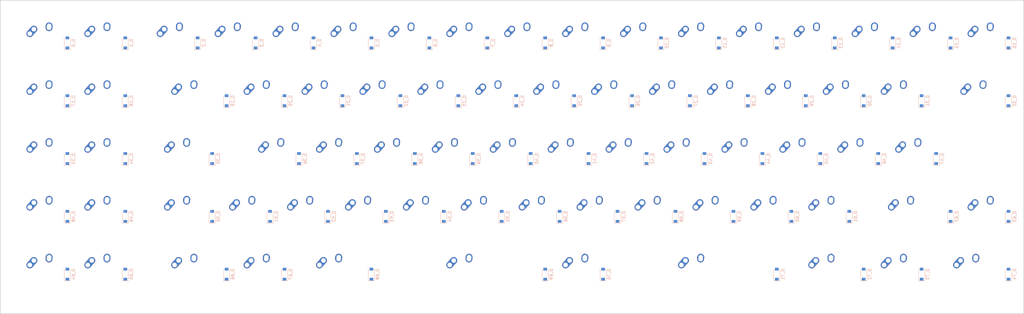
<source format=kicad_pcb>
(kicad_pcb (version 20171130) (host pcbnew "(5.0.0-3-g5ebb6b6)")
  (layers (0 F.Cu signal) (31 B.Cu signal) (34 B.Paste user) (35 F.Paste user) (36 B.SilkS user) (37 F.SilkS user) (38 B.Mask user) (39 F.Mask user) (44 Edge.Cuts user))
  (net 0 "")
  (net 1 "GND")
  (net 2 "VCC")
  (net 3 "col0")
  (net 4 "col1")
  (net 5 "col2")
  (net 6 "col3")
  (net 7 "col4")
  (net 8 "col5")
  (net 9 "col6")
  (net 10 "col7")
  (net 11 "col8")
  (net 12 "col9")
  (net 13 "col10")
  (net 14 "col11")
  (net 15 "col12")
  (net 16 "col13")
  (net 17 "col14")
  (net 18 "col15")
  (net 19 "col16")
  (net 20 "col17")
  (net 21 "row0")
  (net 22 "row1")
  (net 23 "row2")
  (net 24 "row3")
  (net 25 "row4")
  (net 26 "row5")
  (net 27 "Net-(K_0-Pad1)")
  (net 28 "Net-(K_0-Pad2)")
  (net 29 "Net-(K_0-Pad3)")
  (net 30 "Net-(K_0-Pad4)")
  (net 31 "Net-(D_0-Pad1)")
  (net 32 "Net-(D_0-Pad2)")
  (net 33 "Net-(K_1-Pad1)")
  (net 34 "Net-(K_1-Pad2)")
  (net 35 "Net-(K_1-Pad3)")
  (net 36 "Net-(K_1-Pad4)")
  (net 37 "Net-(D_1-Pad1)")
  (net 38 "Net-(D_1-Pad2)")
  (net 39 "Net-(K_2-Pad1)")
  (net 40 "Net-(K_2-Pad2)")
  (net 41 "Net-(K_2-Pad3)")
  (net 42 "Net-(K_2-Pad4)")
  (net 43 "Net-(D_2-Pad1)")
  (net 44 "Net-(D_2-Pad2)")
  (net 45 "Net-(K_3-Pad1)")
  (net 46 "Net-(K_3-Pad2)")
  (net 47 "Net-(K_3-Pad3)")
  (net 48 "Net-(K_3-Pad4)")
  (net 49 "Net-(D_3-Pad1)")
  (net 50 "Net-(D_3-Pad2)")
  (net 51 "Net-(K_4-Pad1)")
  (net 52 "Net-(K_4-Pad2)")
  (net 53 "Net-(K_4-Pad3)")
  (net 54 "Net-(K_4-Pad4)")
  (net 55 "Net-(D_4-Pad1)")
  (net 56 "Net-(D_4-Pad2)")
  (net 57 "Net-(K_5-Pad1)")
  (net 58 "Net-(K_5-Pad2)")
  (net 59 "Net-(K_5-Pad3)")
  (net 60 "Net-(K_5-Pad4)")
  (net 61 "Net-(D_5-Pad1)")
  (net 62 "Net-(D_5-Pad2)")
  (net 63 "Net-(K_6-Pad1)")
  (net 64 "Net-(K_6-Pad2)")
  (net 65 "Net-(K_6-Pad3)")
  (net 66 "Net-(K_6-Pad4)")
  (net 67 "Net-(D_6-Pad1)")
  (net 68 "Net-(D_6-Pad2)")
  (net 69 "Net-(K_7-Pad1)")
  (net 70 "Net-(K_7-Pad2)")
  (net 71 "Net-(K_7-Pad3)")
  (net 72 "Net-(K_7-Pad4)")
  (net 73 "Net-(D_7-Pad1)")
  (net 74 "Net-(D_7-Pad2)")
  (net 75 "Net-(K_8-Pad1)")
  (net 76 "Net-(K_8-Pad2)")
  (net 77 "Net-(K_8-Pad3)")
  (net 78 "Net-(K_8-Pad4)")
  (net 79 "Net-(D_8-Pad1)")
  (net 80 "Net-(D_8-Pad2)")
  (net 81 "Net-(K_9-Pad1)")
  (net 82 "Net-(K_9-Pad2)")
  (net 83 "Net-(K_9-Pad3)")
  (net 84 "Net-(K_9-Pad4)")
  (net 85 "Net-(D_9-Pad1)")
  (net 86 "Net-(D_9-Pad2)")
  (net 87 "Net-(K_10-Pad1)")
  (net 88 "Net-(K_10-Pad2)")
  (net 89 "Net-(K_10-Pad3)")
  (net 90 "Net-(K_10-Pad4)")
  (net 91 "Net-(D_10-Pad1)")
  (net 92 "Net-(D_10-Pad2)")
  (net 93 "Net-(K_11-Pad1)")
  (net 94 "Net-(K_11-Pad2)")
  (net 95 "Net-(K_11-Pad3)")
  (net 96 "Net-(K_11-Pad4)")
  (net 97 "Net-(D_11-Pad1)")
  (net 98 "Net-(D_11-Pad2)")
  (net 99 "Net-(K_12-Pad1)")
  (net 100 "Net-(K_12-Pad2)")
  (net 101 "Net-(K_12-Pad3)")
  (net 102 "Net-(K_12-Pad4)")
  (net 103 "Net-(D_12-Pad1)")
  (net 104 "Net-(D_12-Pad2)")
  (net 105 "Net-(K_13-Pad1)")
  (net 106 "Net-(K_13-Pad2)")
  (net 107 "Net-(K_13-Pad3)")
  (net 108 "Net-(K_13-Pad4)")
  (net 109 "Net-(D_13-Pad1)")
  (net 110 "Net-(D_13-Pad2)")
  (net 111 "Net-(K_14-Pad1)")
  (net 112 "Net-(K_14-Pad2)")
  (net 113 "Net-(K_14-Pad3)")
  (net 114 "Net-(K_14-Pad4)")
  (net 115 "Net-(D_14-Pad1)")
  (net 116 "Net-(D_14-Pad2)")
  (net 117 "Net-(K_15-Pad1)")
  (net 118 "Net-(K_15-Pad2)")
  (net 119 "Net-(K_15-Pad3)")
  (net 120 "Net-(K_15-Pad4)")
  (net 121 "Net-(D_15-Pad1)")
  (net 122 "Net-(D_15-Pad2)")
  (net 123 "Net-(K_16-Pad1)")
  (net 124 "Net-(K_16-Pad2)")
  (net 125 "Net-(K_16-Pad3)")
  (net 126 "Net-(K_16-Pad4)")
  (net 127 "Net-(D_16-Pad1)")
  (net 128 "Net-(D_16-Pad2)")
  (net 129 "Net-(K_17-Pad1)")
  (net 130 "Net-(K_17-Pad2)")
  (net 131 "Net-(K_17-Pad3)")
  (net 132 "Net-(K_17-Pad4)")
  (net 133 "Net-(D_17-Pad1)")
  (net 134 "Net-(D_17-Pad2)")
  (net 135 "Net-(K_18-Pad1)")
  (net 136 "Net-(K_18-Pad2)")
  (net 137 "Net-(K_18-Pad3)")
  (net 138 "Net-(K_18-Pad4)")
  (net 139 "Net-(D_18-Pad1)")
  (net 140 "Net-(D_18-Pad2)")
  (net 141 "Net-(K_19-Pad1)")
  (net 142 "Net-(K_19-Pad2)")
  (net 143 "Net-(K_19-Pad3)")
  (net 144 "Net-(K_19-Pad4)")
  (net 145 "Net-(D_19-Pad1)")
  (net 146 "Net-(D_19-Pad2)")
  (net 147 "Net-(K_20-Pad1)")
  (net 148 "Net-(K_20-Pad2)")
  (net 149 "Net-(K_20-Pad3)")
  (net 150 "Net-(K_20-Pad4)")
  (net 151 "Net-(D_20-Pad1)")
  (net 152 "Net-(D_20-Pad2)")
  (net 153 "Net-(K_21-Pad1)")
  (net 154 "Net-(K_21-Pad2)")
  (net 155 "Net-(K_21-Pad3)")
  (net 156 "Net-(K_21-Pad4)")
  (net 157 "Net-(D_21-Pad1)")
  (net 158 "Net-(D_21-Pad2)")
  (net 159 "Net-(K_22-Pad1)")
  (net 160 "Net-(K_22-Pad2)")
  (net 161 "Net-(K_22-Pad3)")
  (net 162 "Net-(K_22-Pad4)")
  (net 163 "Net-(D_22-Pad1)")
  (net 164 "Net-(D_22-Pad2)")
  (net 165 "Net-(K_23-Pad1)")
  (net 166 "Net-(K_23-Pad2)")
  (net 167 "Net-(K_23-Pad3)")
  (net 168 "Net-(K_23-Pad4)")
  (net 169 "Net-(D_23-Pad1)")
  (net 170 "Net-(D_23-Pad2)")
  (net 171 "Net-(K_24-Pad1)")
  (net 172 "Net-(K_24-Pad2)")
  (net 173 "Net-(K_24-Pad3)")
  (net 174 "Net-(K_24-Pad4)")
  (net 175 "Net-(D_24-Pad1)")
  (net 176 "Net-(D_24-Pad2)")
  (net 177 "Net-(K_25-Pad1)")
  (net 178 "Net-(K_25-Pad2)")
  (net 179 "Net-(K_25-Pad3)")
  (net 180 "Net-(K_25-Pad4)")
  (net 181 "Net-(D_25-Pad1)")
  (net 182 "Net-(D_25-Pad2)")
  (net 183 "Net-(K_26-Pad1)")
  (net 184 "Net-(K_26-Pad2)")
  (net 185 "Net-(K_26-Pad3)")
  (net 186 "Net-(K_26-Pad4)")
  (net 187 "Net-(D_26-Pad1)")
  (net 188 "Net-(D_26-Pad2)")
  (net 189 "Net-(K_27-Pad1)")
  (net 190 "Net-(K_27-Pad2)")
  (net 191 "Net-(K_27-Pad3)")
  (net 192 "Net-(K_27-Pad4)")
  (net 193 "Net-(D_27-Pad1)")
  (net 194 "Net-(D_27-Pad2)")
  (net 195 "Net-(K_28-Pad1)")
  (net 196 "Net-(K_28-Pad2)")
  (net 197 "Net-(K_28-Pad3)")
  (net 198 "Net-(K_28-Pad4)")
  (net 199 "Net-(D_28-Pad1)")
  (net 200 "Net-(D_28-Pad2)")
  (net 201 "Net-(K_29-Pad1)")
  (net 202 "Net-(K_29-Pad2)")
  (net 203 "Net-(K_29-Pad3)")
  (net 204 "Net-(K_29-Pad4)")
  (net 205 "Net-(D_29-Pad1)")
  (net 206 "Net-(D_29-Pad2)")
  (net 207 "Net-(K_30-Pad1)")
  (net 208 "Net-(K_30-Pad2)")
  (net 209 "Net-(K_30-Pad3)")
  (net 210 "Net-(K_30-Pad4)")
  (net 211 "Net-(D_30-Pad1)")
  (net 212 "Net-(D_30-Pad2)")
  (net 213 "Net-(K_31-Pad1)")
  (net 214 "Net-(K_31-Pad2)")
  (net 215 "Net-(K_31-Pad3)")
  (net 216 "Net-(K_31-Pad4)")
  (net 217 "Net-(D_31-Pad1)")
  (net 218 "Net-(D_31-Pad2)")
  (net 219 "Net-(K_33-Pad1)")
  (net 220 "Net-(K_33-Pad2)")
  (net 221 "Net-(K_33-Pad3)")
  (net 222 "Net-(K_33-Pad4)")
  (net 223 "Net-(D_33-Pad1)")
  (net 224 "Net-(D_33-Pad2)")
  (net 225 "Net-(K_34-Pad1)")
  (net 226 "Net-(K_34-Pad2)")
  (net 227 "Net-(K_34-Pad3)")
  (net 228 "Net-(K_34-Pad4)")
  (net 229 "Net-(D_34-Pad1)")
  (net 230 "Net-(D_34-Pad2)")
  (net 231 "Net-(K_35-Pad1)")
  (net 232 "Net-(K_35-Pad2)")
  (net 233 "Net-(K_35-Pad3)")
  (net 234 "Net-(K_35-Pad4)")
  (net 235 "Net-(D_35-Pad1)")
  (net 236 "Net-(D_35-Pad2)")
  (net 237 "Net-(K_36-Pad1)")
  (net 238 "Net-(K_36-Pad2)")
  (net 239 "Net-(K_36-Pad3)")
  (net 240 "Net-(K_36-Pad4)")
  (net 241 "Net-(D_36-Pad1)")
  (net 242 "Net-(D_36-Pad2)")
  (net 243 "Net-(K_37-Pad1)")
  (net 244 "Net-(K_37-Pad2)")
  (net 245 "Net-(K_37-Pad3)")
  (net 246 "Net-(K_37-Pad4)")
  (net 247 "Net-(D_37-Pad1)")
  (net 248 "Net-(D_37-Pad2)")
  (net 249 "Net-(K_38-Pad1)")
  (net 250 "Net-(K_38-Pad2)")
  (net 251 "Net-(K_38-Pad3)")
  (net 252 "Net-(K_38-Pad4)")
  (net 253 "Net-(D_38-Pad1)")
  (net 254 "Net-(D_38-Pad2)")
  (net 255 "Net-(K_39-Pad1)")
  (net 256 "Net-(K_39-Pad2)")
  (net 257 "Net-(K_39-Pad3)")
  (net 258 "Net-(K_39-Pad4)")
  (net 259 "Net-(D_39-Pad1)")
  (net 260 "Net-(D_39-Pad2)")
  (net 261 "Net-(K_40-Pad1)")
  (net 262 "Net-(K_40-Pad2)")
  (net 263 "Net-(K_40-Pad3)")
  (net 264 "Net-(K_40-Pad4)")
  (net 265 "Net-(D_40-Pad1)")
  (net 266 "Net-(D_40-Pad2)")
  (net 267 "Net-(K_41-Pad1)")
  (net 268 "Net-(K_41-Pad2)")
  (net 269 "Net-(K_41-Pad3)")
  (net 270 "Net-(K_41-Pad4)")
  (net 271 "Net-(D_41-Pad1)")
  (net 272 "Net-(D_41-Pad2)")
  (net 273 "Net-(K_42-Pad1)")
  (net 274 "Net-(K_42-Pad2)")
  (net 275 "Net-(K_42-Pad3)")
  (net 276 "Net-(K_42-Pad4)")
  (net 277 "Net-(D_42-Pad1)")
  (net 278 "Net-(D_42-Pad2)")
  (net 279 "Net-(K_43-Pad1)")
  (net 280 "Net-(K_43-Pad2)")
  (net 281 "Net-(K_43-Pad3)")
  (net 282 "Net-(K_43-Pad4)")
  (net 283 "Net-(D_43-Pad1)")
  (net 284 "Net-(D_43-Pad2)")
  (net 285 "Net-(K_44-Pad1)")
  (net 286 "Net-(K_44-Pad2)")
  (net 287 "Net-(K_44-Pad3)")
  (net 288 "Net-(K_44-Pad4)")
  (net 289 "Net-(D_44-Pad1)")
  (net 290 "Net-(D_44-Pad2)")
  (net 291 "Net-(K_45-Pad1)")
  (net 292 "Net-(K_45-Pad2)")
  (net 293 "Net-(K_45-Pad3)")
  (net 294 "Net-(K_45-Pad4)")
  (net 295 "Net-(D_45-Pad1)")
  (net 296 "Net-(D_45-Pad2)")
  (net 297 "Net-(K_46-Pad1)")
  (net 298 "Net-(K_46-Pad2)")
  (net 299 "Net-(K_46-Pad3)")
  (net 300 "Net-(K_46-Pad4)")
  (net 301 "Net-(D_46-Pad1)")
  (net 302 "Net-(D_46-Pad2)")
  (net 303 "Net-(K_47-Pad1)")
  (net 304 "Net-(K_47-Pad2)")
  (net 305 "Net-(K_47-Pad3)")
  (net 306 "Net-(K_47-Pad4)")
  (net 307 "Net-(D_47-Pad1)")
  (net 308 "Net-(D_47-Pad2)")
  (net 309 "Net-(K_32-Pad1)")
  (net 310 "Net-(K_32-Pad2)")
  (net 311 "Net-(K_32-Pad3)")
  (net 312 "Net-(K_32-Pad4)")
  (net 313 "Net-(D_32-Pad1)")
  (net 314 "Net-(D_32-Pad2)")
  (net 315 "Net-(K_48-Pad1)")
  (net 316 "Net-(K_48-Pad2)")
  (net 317 "Net-(K_48-Pad3)")
  (net 318 "Net-(K_48-Pad4)")
  (net 319 "Net-(D_48-Pad1)")
  (net 320 "Net-(D_48-Pad2)")
  (net 321 "Net-(K_49-Pad1)")
  (net 322 "Net-(K_49-Pad2)")
  (net 323 "Net-(K_49-Pad3)")
  (net 324 "Net-(K_49-Pad4)")
  (net 325 "Net-(D_49-Pad1)")
  (net 326 "Net-(D_49-Pad2)")
  (net 327 "Net-(K_50-Pad1)")
  (net 328 "Net-(K_50-Pad2)")
  (net 329 "Net-(K_50-Pad3)")
  (net 330 "Net-(K_50-Pad4)")
  (net 331 "Net-(D_50-Pad1)")
  (net 332 "Net-(D_50-Pad2)")
  (net 333 "Net-(K_51-Pad1)")
  (net 334 "Net-(K_51-Pad2)")
  (net 335 "Net-(K_51-Pad3)")
  (net 336 "Net-(K_51-Pad4)")
  (net 337 "Net-(D_51-Pad1)")
  (net 338 "Net-(D_51-Pad2)")
  (net 339 "Net-(K_52-Pad1)")
  (net 340 "Net-(K_52-Pad2)")
  (net 341 "Net-(K_52-Pad3)")
  (net 342 "Net-(K_52-Pad4)")
  (net 343 "Net-(D_52-Pad1)")
  (net 344 "Net-(D_52-Pad2)")
  (net 345 "Net-(K_53-Pad1)")
  (net 346 "Net-(K_53-Pad2)")
  (net 347 "Net-(K_53-Pad3)")
  (net 348 "Net-(K_53-Pad4)")
  (net 349 "Net-(D_53-Pad1)")
  (net 350 "Net-(D_53-Pad2)")
  (net 351 "Net-(K_54-Pad1)")
  (net 352 "Net-(K_54-Pad2)")
  (net 353 "Net-(K_54-Pad3)")
  (net 354 "Net-(K_54-Pad4)")
  (net 355 "Net-(D_54-Pad1)")
  (net 356 "Net-(D_54-Pad2)")
  (net 357 "Net-(K_55-Pad1)")
  (net 358 "Net-(K_55-Pad2)")
  (net 359 "Net-(K_55-Pad3)")
  (net 360 "Net-(K_55-Pad4)")
  (net 361 "Net-(D_55-Pad1)")
  (net 362 "Net-(D_55-Pad2)")
  (net 363 "Net-(K_56-Pad1)")
  (net 364 "Net-(K_56-Pad2)")
  (net 365 "Net-(K_56-Pad3)")
  (net 366 "Net-(K_56-Pad4)")
  (net 367 "Net-(D_56-Pad1)")
  (net 368 "Net-(D_56-Pad2)")
  (net 369 "Net-(K_57-Pad1)")
  (net 370 "Net-(K_57-Pad2)")
  (net 371 "Net-(K_57-Pad3)")
  (net 372 "Net-(K_57-Pad4)")
  (net 373 "Net-(D_57-Pad1)")
  (net 374 "Net-(D_57-Pad2)")
  (net 375 "Net-(K_58-Pad1)")
  (net 376 "Net-(K_58-Pad2)")
  (net 377 "Net-(K_58-Pad3)")
  (net 378 "Net-(K_58-Pad4)")
  (net 379 "Net-(D_58-Pad1)")
  (net 380 "Net-(D_58-Pad2)")
  (net 381 "Net-(K_59-Pad1)")
  (net 382 "Net-(K_59-Pad2)")
  (net 383 "Net-(K_59-Pad3)")
  (net 384 "Net-(K_59-Pad4)")
  (net 385 "Net-(D_59-Pad1)")
  (net 386 "Net-(D_59-Pad2)")
  (net 387 "Net-(K_60-Pad1)")
  (net 388 "Net-(K_60-Pad2)")
  (net 389 "Net-(K_60-Pad3)")
  (net 390 "Net-(K_60-Pad4)")
  (net 391 "Net-(D_60-Pad1)")
  (net 392 "Net-(D_60-Pad2)")
  (net 393 "Net-(K_61-Pad1)")
  (net 394 "Net-(K_61-Pad2)")
  (net 395 "Net-(K_61-Pad3)")
  (net 396 "Net-(K_61-Pad4)")
  (net 397 "Net-(D_61-Pad1)")
  (net 398 "Net-(D_61-Pad2)")
  (net 399 "Net-(K_62-Pad1)")
  (net 400 "Net-(K_62-Pad2)")
  (net 401 "Net-(K_62-Pad3)")
  (net 402 "Net-(K_62-Pad4)")
  (net 403 "Net-(D_62-Pad1)")
  (net 404 "Net-(D_62-Pad2)")
  (net 405 "Net-(K_63-Pad1)")
  (net 406 "Net-(K_63-Pad2)")
  (net 407 "Net-(K_63-Pad3)")
  (net 408 "Net-(K_63-Pad4)")
  (net 409 "Net-(D_63-Pad1)")
  (net 410 "Net-(D_63-Pad2)")
  (net 411 "Net-(K_64-Pad1)")
  (net 412 "Net-(K_64-Pad2)")
  (net 413 "Net-(K_64-Pad3)")
  (net 414 "Net-(K_64-Pad4)")
  (net 415 "Net-(D_64-Pad1)")
  (net 416 "Net-(D_64-Pad2)")
  (net 417 "Net-(K_65-Pad1)")
  (net 418 "Net-(K_65-Pad2)")
  (net 419 "Net-(K_65-Pad3)")
  (net 420 "Net-(K_65-Pad4)")
  (net 421 "Net-(D_65-Pad1)")
  (net 422 "Net-(D_65-Pad2)")
  (net 423 "Net-(K_66-Pad1)")
  (net 424 "Net-(K_66-Pad2)")
  (net 425 "Net-(K_66-Pad3)")
  (net 426 "Net-(K_66-Pad4)")
  (net 427 "Net-(D_66-Pad1)")
  (net 428 "Net-(D_66-Pad2)")
  (net 429 "Net-(K_67-Pad1)")
  (net 430 "Net-(K_67-Pad2)")
  (net 431 "Net-(K_67-Pad3)")
  (net 432 "Net-(K_67-Pad4)")
  (net 433 "Net-(D_67-Pad1)")
  (net 434 "Net-(D_67-Pad2)")
  (net 435 "Net-(K_68-Pad1)")
  (net 436 "Net-(K_68-Pad2)")
  (net 437 "Net-(K_68-Pad3)")
  (net 438 "Net-(K_68-Pad4)")
  (net 439 "Net-(D_68-Pad1)")
  (net 440 "Net-(D_68-Pad2)")
  (net 441 "Net-(K_69-Pad1)")
  (net 442 "Net-(K_69-Pad2)")
  (net 443 "Net-(K_69-Pad3)")
  (net 444 "Net-(K_69-Pad4)")
  (net 445 "Net-(D_69-Pad1)")
  (net 446 "Net-(D_69-Pad2)")
  (net 447 "Net-(K_70-Pad1)")
  (net 448 "Net-(K_70-Pad2)")
  (net 449 "Net-(K_70-Pad3)")
  (net 450 "Net-(K_70-Pad4)")
  (net 451 "Net-(D_70-Pad1)")
  (net 452 "Net-(D_70-Pad2)")
  (net 453 "Net-(K_71-Pad1)")
  (net 454 "Net-(K_71-Pad2)")
  (net 455 "Net-(K_71-Pad3)")
  (net 456 "Net-(K_71-Pad4)")
  (net 457 "Net-(D_71-Pad1)")
  (net 458 "Net-(D_71-Pad2)")
  (net 459 "Net-(K_72-Pad1)")
  (net 460 "Net-(K_72-Pad2)")
  (net 461 "Net-(K_72-Pad3)")
  (net 462 "Net-(K_72-Pad4)")
  (net 463 "Net-(D_72-Pad1)")
  (net 464 "Net-(D_72-Pad2)")
  (net 465 "Net-(K_73-Pad1)")
  (net 466 "Net-(K_73-Pad2)")
  (net 467 "Net-(K_73-Pad3)")
  (net 468 "Net-(K_73-Pad4)")
  (net 469 "Net-(D_73-Pad1)")
  (net 470 "Net-(D_73-Pad2)")
  (net 471 "Net-(K_74-Pad1)")
  (net 472 "Net-(K_74-Pad2)")
  (net 473 "Net-(K_74-Pad3)")
  (net 474 "Net-(K_74-Pad4)")
  (net 475 "Net-(D_74-Pad1)")
  (net 476 "Net-(D_74-Pad2)")
  (module MX_Alps_Hybrid:MX-1U-NoLED (layer F.Cu) (at 9.525 9.525)
    (fp_text reference K_0)
    (fp_text value KEYSW)
    (pad 1 thru_hole circle (at -2.5 -4) (size 2.25 2.25) (drill 1.47) (layers *.Cu B.Mask) (net 3 "col0"))
    (pad 1 thru_hole oval (at -3.81 -2.54 48.0996) (size 4.211556 2.25) (drill 1.47 (offset 0.980778 0)) (layers *.Cu B.Mask) (net 3 "col0"))
    (pad 2 thru_hole oval (at 2.5 -4.5 86.0548) (size 2.831378 2.25) (drill 1.47 (offset 0.290689 0)) (layers *.Cu B.Mask) (net 32 "Net-(D_0-Pad2)"))
    (pad 2 thru_hole circle (at 2.54 -5.08) (size 2.25 2.25) (drill 1.47) (layers *.Cu B.Mask) (net 32 "Net-(D_0-Pad2)"))
    (pad "" np_thru_hole circle (at 0 0) (size 3.9878 3.9878) (drill 3.9878) (layers *.Cu *.Mask))
    (pad "" np_thru_hole circle (at -5.08 0 48.0996) (size 1.75 1.75) (drill 1.75) (layers *.Cu *.Mask))
    (pad "" np_thru_hole circle (at 5.08 0 48.0996) (size 1.75 1.75) (drill 1.75) (layers *.Cu *.Mask))
  )
  (module Diode_SMD:D_SOD-123 (layer B.Cu) (at 18.05 10.025 90)
    (fp_text reference D_0 (at 0 2 90) (layer B.SilkS) (effects (justify mirror)))
    (fp_text value D)
    (pad 2 smd rect (at 1.65 0 90) (size 0.9 1.2) (layers B.Cu B.Paste B.Mask) (net 32 "Net-(D_0-Pad2)"))
    (pad 1 smd rect (at -1.65 0 90) (size 0.9 1.2) (layers B.Cu B.Paste B.Mask) (net 21 "row0"))
  )
  (module MX_Alps_Hybrid:MX-1U-NoLED (layer F.Cu) (at 28.575 9.525)
    (fp_text reference K_1)
    (fp_text value KEYSW)
    (pad 1 thru_hole circle (at -2.5 -4) (size 2.25 2.25) (drill 1.47) (layers *.Cu B.Mask) (net 4 "col1"))
    (pad 1 thru_hole oval (at -3.81 -2.54 48.0996) (size 4.211556 2.25) (drill 1.47 (offset 0.980778 0)) (layers *.Cu B.Mask) (net 4 "col1"))
    (pad 2 thru_hole oval (at 2.5 -4.5 86.0548) (size 2.831378 2.25) (drill 1.47 (offset 0.290689 0)) (layers *.Cu B.Mask) (net 38 "Net-(D_1-Pad2)"))
    (pad 2 thru_hole circle (at 2.54 -5.08) (size 2.25 2.25) (drill 1.47) (layers *.Cu B.Mask) (net 38 "Net-(D_1-Pad2)"))
    (pad "" np_thru_hole circle (at 0 0) (size 3.9878 3.9878) (drill 3.9878) (layers *.Cu *.Mask))
    (pad "" np_thru_hole circle (at -5.08 0 48.0996) (size 1.75 1.75) (drill 1.75) (layers *.Cu *.Mask))
    (pad "" np_thru_hole circle (at 5.08 0 48.0996) (size 1.75 1.75) (drill 1.75) (layers *.Cu *.Mask))
  )
  (module Diode_SMD:D_SOD-123 (layer B.Cu) (at 37.1 10.025 90)
    (fp_text reference D_1 (at 0 2 90) (layer B.SilkS) (effects (justify mirror)))
    (fp_text value D)
    (pad 2 smd rect (at 1.65 0 90) (size 0.9 1.2) (layers B.Cu B.Paste B.Mask) (net 38 "Net-(D_1-Pad2)"))
    (pad 1 smd rect (at -1.65 0 90) (size 0.9 1.2) (layers B.Cu B.Paste B.Mask) (net 21 "row0"))
  )
  (module MX_Alps_Hybrid:MX-1U-NoLED (layer F.Cu) (at 52.3875 9.525)
    (fp_text reference K_2)
    (fp_text value KEYSW)
    (pad 1 thru_hole circle (at -2.5 -4) (size 2.25 2.25) (drill 1.47) (layers *.Cu B.Mask) (net 5 "col2"))
    (pad 1 thru_hole oval (at -3.81 -2.54 48.0996) (size 4.211556 2.25) (drill 1.47 (offset 0.980778 0)) (layers *.Cu B.Mask) (net 5 "col2"))
    (pad 2 thru_hole oval (at 2.5 -4.5 86.0548) (size 2.831378 2.25) (drill 1.47 (offset 0.290689 0)) (layers *.Cu B.Mask) (net 44 "Net-(D_2-Pad2)"))
    (pad 2 thru_hole circle (at 2.54 -5.08) (size 2.25 2.25) (drill 1.47) (layers *.Cu B.Mask) (net 44 "Net-(D_2-Pad2)"))
    (pad "" np_thru_hole circle (at 0 0) (size 3.9878 3.9878) (drill 3.9878) (layers *.Cu *.Mask))
    (pad "" np_thru_hole circle (at -5.08 0 48.0996) (size 1.75 1.75) (drill 1.75) (layers *.Cu *.Mask))
    (pad "" np_thru_hole circle (at 5.08 0 48.0996) (size 1.75 1.75) (drill 1.75) (layers *.Cu *.Mask))
  )
  (module Diode_SMD:D_SOD-123 (layer B.Cu) (at 60.9125 10.025 90)
    (fp_text reference D_2 (at 0 2 90) (layer B.SilkS) (effects (justify mirror)))
    (fp_text value D)
    (pad 2 smd rect (at 1.65 0 90) (size 0.9 1.2) (layers B.Cu B.Paste B.Mask) (net 44 "Net-(D_2-Pad2)"))
    (pad 1 smd rect (at -1.65 0 90) (size 0.9 1.2) (layers B.Cu B.Paste B.Mask) (net 21 "row0"))
  )
  (module MX_Alps_Hybrid:MX-1U-NoLED (layer F.Cu) (at 71.4375 9.525)
    (fp_text reference K_3)
    (fp_text value KEYSW)
    (pad 1 thru_hole circle (at -2.5 -4) (size 2.25 2.25) (drill 1.47) (layers *.Cu B.Mask) (net 6 "col3"))
    (pad 1 thru_hole oval (at -3.81 -2.54 48.0996) (size 4.211556 2.25) (drill 1.47 (offset 0.980778 0)) (layers *.Cu B.Mask) (net 6 "col3"))
    (pad 2 thru_hole oval (at 2.5 -4.5 86.0548) (size 2.831378 2.25) (drill 1.47 (offset 0.290689 0)) (layers *.Cu B.Mask) (net 50 "Net-(D_3-Pad2)"))
    (pad 2 thru_hole circle (at 2.54 -5.08) (size 2.25 2.25) (drill 1.47) (layers *.Cu B.Mask) (net 50 "Net-(D_3-Pad2)"))
    (pad "" np_thru_hole circle (at 0 0) (size 3.9878 3.9878) (drill 3.9878) (layers *.Cu *.Mask))
    (pad "" np_thru_hole circle (at -5.08 0 48.0996) (size 1.75 1.75) (drill 1.75) (layers *.Cu *.Mask))
    (pad "" np_thru_hole circle (at 5.08 0 48.0996) (size 1.75 1.75) (drill 1.75) (layers *.Cu *.Mask))
  )
  (module Diode_SMD:D_SOD-123 (layer B.Cu) (at 79.9625 10.025 90)
    (fp_text reference D_3 (at 0 2 90) (layer B.SilkS) (effects (justify mirror)))
    (fp_text value D)
    (pad 2 smd rect (at 1.65 0 90) (size 0.9 1.2) (layers B.Cu B.Paste B.Mask) (net 50 "Net-(D_3-Pad2)"))
    (pad 1 smd rect (at -1.65 0 90) (size 0.9 1.2) (layers B.Cu B.Paste B.Mask) (net 21 "row0"))
  )
  (module MX_Alps_Hybrid:MX-1U-NoLED (layer F.Cu) (at 90.4875 9.525)
    (fp_text reference K_4)
    (fp_text value KEYSW)
    (pad 1 thru_hole circle (at -2.5 -4) (size 2.25 2.25) (drill 1.47) (layers *.Cu B.Mask) (net 7 "col4"))
    (pad 1 thru_hole oval (at -3.81 -2.54 48.0996) (size 4.211556 2.25) (drill 1.47 (offset 0.980778 0)) (layers *.Cu B.Mask) (net 7 "col4"))
    (pad 2 thru_hole oval (at 2.5 -4.5 86.0548) (size 2.831378 2.25) (drill 1.47 (offset 0.290689 0)) (layers *.Cu B.Mask) (net 56 "Net-(D_4-Pad2)"))
    (pad 2 thru_hole circle (at 2.54 -5.08) (size 2.25 2.25) (drill 1.47) (layers *.Cu B.Mask) (net 56 "Net-(D_4-Pad2)"))
    (pad "" np_thru_hole circle (at 0 0) (size 3.9878 3.9878) (drill 3.9878) (layers *.Cu *.Mask))
    (pad "" np_thru_hole circle (at -5.08 0 48.0996) (size 1.75 1.75) (drill 1.75) (layers *.Cu *.Mask))
    (pad "" np_thru_hole circle (at 5.08 0 48.0996) (size 1.75 1.75) (drill 1.75) (layers *.Cu *.Mask))
  )
  (module Diode_SMD:D_SOD-123 (layer B.Cu) (at 99.0125 10.025 90)
    (fp_text reference D_4 (at 0 2 90) (layer B.SilkS) (effects (justify mirror)))
    (fp_text value D)
    (pad 2 smd rect (at 1.65 0 90) (size 0.9 1.2) (layers B.Cu B.Paste B.Mask) (net 56 "Net-(D_4-Pad2)"))
    (pad 1 smd rect (at -1.65 0 90) (size 0.9 1.2) (layers B.Cu B.Paste B.Mask) (net 21 "row0"))
  )
  (module MX_Alps_Hybrid:MX-1U-NoLED (layer F.Cu) (at 109.5375 9.525)
    (fp_text reference K_5)
    (fp_text value KEYSW)
    (pad 1 thru_hole circle (at -2.5 -4) (size 2.25 2.25) (drill 1.47) (layers *.Cu B.Mask) (net 8 "col5"))
    (pad 1 thru_hole oval (at -3.81 -2.54 48.0996) (size 4.211556 2.25) (drill 1.47 (offset 0.980778 0)) (layers *.Cu B.Mask) (net 8 "col5"))
    (pad 2 thru_hole oval (at 2.5 -4.5 86.0548) (size 2.831378 2.25) (drill 1.47 (offset 0.290689 0)) (layers *.Cu B.Mask) (net 62 "Net-(D_5-Pad2)"))
    (pad 2 thru_hole circle (at 2.54 -5.08) (size 2.25 2.25) (drill 1.47) (layers *.Cu B.Mask) (net 62 "Net-(D_5-Pad2)"))
    (pad "" np_thru_hole circle (at 0 0) (size 3.9878 3.9878) (drill 3.9878) (layers *.Cu *.Mask))
    (pad "" np_thru_hole circle (at -5.08 0 48.0996) (size 1.75 1.75) (drill 1.75) (layers *.Cu *.Mask))
    (pad "" np_thru_hole circle (at 5.08 0 48.0996) (size 1.75 1.75) (drill 1.75) (layers *.Cu *.Mask))
  )
  (module Diode_SMD:D_SOD-123 (layer B.Cu) (at 118.0625 10.025 90)
    (fp_text reference D_5 (at 0 2 90) (layer B.SilkS) (effects (justify mirror)))
    (fp_text value D)
    (pad 2 smd rect (at 1.65 0 90) (size 0.9 1.2) (layers B.Cu B.Paste B.Mask) (net 62 "Net-(D_5-Pad2)"))
    (pad 1 smd rect (at -1.65 0 90) (size 0.9 1.2) (layers B.Cu B.Paste B.Mask) (net 21 "row0"))
  )
  (module MX_Alps_Hybrid:MX-1U-NoLED (layer F.Cu) (at 128.5875 9.525)
    (fp_text reference K_6)
    (fp_text value KEYSW)
    (pad 1 thru_hole circle (at -2.5 -4) (size 2.25 2.25) (drill 1.47) (layers *.Cu B.Mask) (net 9 "col6"))
    (pad 1 thru_hole oval (at -3.81 -2.54 48.0996) (size 4.211556 2.25) (drill 1.47 (offset 0.980778 0)) (layers *.Cu B.Mask) (net 9 "col6"))
    (pad 2 thru_hole oval (at 2.5 -4.5 86.0548) (size 2.831378 2.25) (drill 1.47 (offset 0.290689 0)) (layers *.Cu B.Mask) (net 68 "Net-(D_6-Pad2)"))
    (pad 2 thru_hole circle (at 2.54 -5.08) (size 2.25 2.25) (drill 1.47) (layers *.Cu B.Mask) (net 68 "Net-(D_6-Pad2)"))
    (pad "" np_thru_hole circle (at 0 0) (size 3.9878 3.9878) (drill 3.9878) (layers *.Cu *.Mask))
    (pad "" np_thru_hole circle (at -5.08 0 48.0996) (size 1.75 1.75) (drill 1.75) (layers *.Cu *.Mask))
    (pad "" np_thru_hole circle (at 5.08 0 48.0996) (size 1.75 1.75) (drill 1.75) (layers *.Cu *.Mask))
  )
  (module Diode_SMD:D_SOD-123 (layer B.Cu) (at 137.1125 10.025 90)
    (fp_text reference D_6 (at 0 2 90) (layer B.SilkS) (effects (justify mirror)))
    (fp_text value D)
    (pad 2 smd rect (at 1.65 0 90) (size 0.9 1.2) (layers B.Cu B.Paste B.Mask) (net 68 "Net-(D_6-Pad2)"))
    (pad 1 smd rect (at -1.65 0 90) (size 0.9 1.2) (layers B.Cu B.Paste B.Mask) (net 21 "row0"))
  )
  (module MX_Alps_Hybrid:MX-1U-NoLED (layer F.Cu) (at 147.6375 9.525)
    (fp_text reference K_7)
    (fp_text value KEYSW)
    (pad 1 thru_hole circle (at -2.5 -4) (size 2.25 2.25) (drill 1.47) (layers *.Cu B.Mask) (net 10 "col7"))
    (pad 1 thru_hole oval (at -3.81 -2.54 48.0996) (size 4.211556 2.25) (drill 1.47 (offset 0.980778 0)) (layers *.Cu B.Mask) (net 10 "col7"))
    (pad 2 thru_hole oval (at 2.5 -4.5 86.0548) (size 2.831378 2.25) (drill 1.47 (offset 0.290689 0)) (layers *.Cu B.Mask) (net 74 "Net-(D_7-Pad2)"))
    (pad 2 thru_hole circle (at 2.54 -5.08) (size 2.25 2.25) (drill 1.47) (layers *.Cu B.Mask) (net 74 "Net-(D_7-Pad2)"))
    (pad "" np_thru_hole circle (at 0 0) (size 3.9878 3.9878) (drill 3.9878) (layers *.Cu *.Mask))
    (pad "" np_thru_hole circle (at -5.08 0 48.0996) (size 1.75 1.75) (drill 1.75) (layers *.Cu *.Mask))
    (pad "" np_thru_hole circle (at 5.08 0 48.0996) (size 1.75 1.75) (drill 1.75) (layers *.Cu *.Mask))
  )
  (module Diode_SMD:D_SOD-123 (layer B.Cu) (at 156.1625 10.025 90)
    (fp_text reference D_7 (at 0 2 90) (layer B.SilkS) (effects (justify mirror)))
    (fp_text value D)
    (pad 2 smd rect (at 1.65 0 90) (size 0.9 1.2) (layers B.Cu B.Paste B.Mask) (net 74 "Net-(D_7-Pad2)"))
    (pad 1 smd rect (at -1.65 0 90) (size 0.9 1.2) (layers B.Cu B.Paste B.Mask) (net 21 "row0"))
  )
  (module MX_Alps_Hybrid:MX-1U-NoLED (layer F.Cu) (at 166.6875 9.525)
    (fp_text reference K_8)
    (fp_text value KEYSW)
    (pad 1 thru_hole circle (at -2.5 -4) (size 2.25 2.25) (drill 1.47) (layers *.Cu B.Mask) (net 11 "col8"))
    (pad 1 thru_hole oval (at -3.81 -2.54 48.0996) (size 4.211556 2.25) (drill 1.47 (offset 0.980778 0)) (layers *.Cu B.Mask) (net 11 "col8"))
    (pad 2 thru_hole oval (at 2.5 -4.5 86.0548) (size 2.831378 2.25) (drill 1.47 (offset 0.290689 0)) (layers *.Cu B.Mask) (net 80 "Net-(D_8-Pad2)"))
    (pad 2 thru_hole circle (at 2.54 -5.08) (size 2.25 2.25) (drill 1.47) (layers *.Cu B.Mask) (net 80 "Net-(D_8-Pad2)"))
    (pad "" np_thru_hole circle (at 0 0) (size 3.9878 3.9878) (drill 3.9878) (layers *.Cu *.Mask))
    (pad "" np_thru_hole circle (at -5.08 0 48.0996) (size 1.75 1.75) (drill 1.75) (layers *.Cu *.Mask))
    (pad "" np_thru_hole circle (at 5.08 0 48.0996) (size 1.75 1.75) (drill 1.75) (layers *.Cu *.Mask))
  )
  (module Diode_SMD:D_SOD-123 (layer B.Cu) (at 175.2125 10.025 90)
    (fp_text reference D_8 (at 0 2 90) (layer B.SilkS) (effects (justify mirror)))
    (fp_text value D)
    (pad 2 smd rect (at 1.65 0 90) (size 0.9 1.2) (layers B.Cu B.Paste B.Mask) (net 80 "Net-(D_8-Pad2)"))
    (pad 1 smd rect (at -1.65 0 90) (size 0.9 1.2) (layers B.Cu B.Paste B.Mask) (net 21 "row0"))
  )
  (module MX_Alps_Hybrid:MX-1U-NoLED (layer F.Cu) (at 185.7375 9.525)
    (fp_text reference K_9)
    (fp_text value KEYSW)
    (pad 1 thru_hole circle (at -2.5 -4) (size 2.25 2.25) (drill 1.47) (layers *.Cu B.Mask) (net 12 "col9"))
    (pad 1 thru_hole oval (at -3.81 -2.54 48.0996) (size 4.211556 2.25) (drill 1.47 (offset 0.980778 0)) (layers *.Cu B.Mask) (net 12 "col9"))
    (pad 2 thru_hole oval (at 2.5 -4.5 86.0548) (size 2.831378 2.25) (drill 1.47 (offset 0.290689 0)) (layers *.Cu B.Mask) (net 86 "Net-(D_9-Pad2)"))
    (pad 2 thru_hole circle (at 2.54 -5.08) (size 2.25 2.25) (drill 1.47) (layers *.Cu B.Mask) (net 86 "Net-(D_9-Pad2)"))
    (pad "" np_thru_hole circle (at 0 0) (size 3.9878 3.9878) (drill 3.9878) (layers *.Cu *.Mask))
    (pad "" np_thru_hole circle (at -5.08 0 48.0996) (size 1.75 1.75) (drill 1.75) (layers *.Cu *.Mask))
    (pad "" np_thru_hole circle (at 5.08 0 48.0996) (size 1.75 1.75) (drill 1.75) (layers *.Cu *.Mask))
  )
  (module Diode_SMD:D_SOD-123 (layer B.Cu) (at 194.2625 10.025 90)
    (fp_text reference D_9 (at 0 2 90) (layer B.SilkS) (effects (justify mirror)))
    (fp_text value D)
    (pad 2 smd rect (at 1.65 0 90) (size 0.9 1.2) (layers B.Cu B.Paste B.Mask) (net 86 "Net-(D_9-Pad2)"))
    (pad 1 smd rect (at -1.65 0 90) (size 0.9 1.2) (layers B.Cu B.Paste B.Mask) (net 21 "row0"))
  )
  (module MX_Alps_Hybrid:MX-1U-NoLED (layer F.Cu) (at 204.7875 9.525)
    (fp_text reference K_10)
    (fp_text value KEYSW)
    (pad 1 thru_hole circle (at -2.5 -4) (size 2.25 2.25) (drill 1.47) (layers *.Cu B.Mask) (net 13 "col10"))
    (pad 1 thru_hole oval (at -3.81 -2.54 48.0996) (size 4.211556 2.25) (drill 1.47 (offset 0.980778 0)) (layers *.Cu B.Mask) (net 13 "col10"))
    (pad 2 thru_hole oval (at 2.5 -4.5 86.0548) (size 2.831378 2.25) (drill 1.47 (offset 0.290689 0)) (layers *.Cu B.Mask) (net 92 "Net-(D_10-Pad2)"))
    (pad 2 thru_hole circle (at 2.54 -5.08) (size 2.25 2.25) (drill 1.47) (layers *.Cu B.Mask) (net 92 "Net-(D_10-Pad2)"))
    (pad "" np_thru_hole circle (at 0 0) (size 3.9878 3.9878) (drill 3.9878) (layers *.Cu *.Mask))
    (pad "" np_thru_hole circle (at -5.08 0 48.0996) (size 1.75 1.75) (drill 1.75) (layers *.Cu *.Mask))
    (pad "" np_thru_hole circle (at 5.08 0 48.0996) (size 1.75 1.75) (drill 1.75) (layers *.Cu *.Mask))
  )
  (module Diode_SMD:D_SOD-123 (layer B.Cu) (at 213.3125 10.025 90)
    (fp_text reference D_10 (at 0 2 90) (layer B.SilkS) (effects (justify mirror)))
    (fp_text value D)
    (pad 2 smd rect (at 1.65 0 90) (size 0.9 1.2) (layers B.Cu B.Paste B.Mask) (net 92 "Net-(D_10-Pad2)"))
    (pad 1 smd rect (at -1.65 0 90) (size 0.9 1.2) (layers B.Cu B.Paste B.Mask) (net 21 "row0"))
  )
  (module MX_Alps_Hybrid:MX-1U-NoLED (layer F.Cu) (at 223.8375 9.525)
    (fp_text reference K_11)
    (fp_text value KEYSW)
    (pad 1 thru_hole circle (at -2.5 -4) (size 2.25 2.25) (drill 1.47) (layers *.Cu B.Mask) (net 14 "col11"))
    (pad 1 thru_hole oval (at -3.81 -2.54 48.0996) (size 4.211556 2.25) (drill 1.47 (offset 0.980778 0)) (layers *.Cu B.Mask) (net 14 "col11"))
    (pad 2 thru_hole oval (at 2.5 -4.5 86.0548) (size 2.831378 2.25) (drill 1.47 (offset 0.290689 0)) (layers *.Cu B.Mask) (net 98 "Net-(D_11-Pad2)"))
    (pad 2 thru_hole circle (at 2.54 -5.08) (size 2.25 2.25) (drill 1.47) (layers *.Cu B.Mask) (net 98 "Net-(D_11-Pad2)"))
    (pad "" np_thru_hole circle (at 0 0) (size 3.9878 3.9878) (drill 3.9878) (layers *.Cu *.Mask))
    (pad "" np_thru_hole circle (at -5.08 0 48.0996) (size 1.75 1.75) (drill 1.75) (layers *.Cu *.Mask))
    (pad "" np_thru_hole circle (at 5.08 0 48.0996) (size 1.75 1.75) (drill 1.75) (layers *.Cu *.Mask))
  )
  (module Diode_SMD:D_SOD-123 (layer B.Cu) (at 232.3625 10.025 90)
    (fp_text reference D_11 (at 0 2 90) (layer B.SilkS) (effects (justify mirror)))
    (fp_text value D)
    (pad 2 smd rect (at 1.65 0 90) (size 0.9 1.2) (layers B.Cu B.Paste B.Mask) (net 98 "Net-(D_11-Pad2)"))
    (pad 1 smd rect (at -1.65 0 90) (size 0.9 1.2) (layers B.Cu B.Paste B.Mask) (net 21 "row0"))
  )
  (module MX_Alps_Hybrid:MX-1U-NoLED (layer F.Cu) (at 242.8875 9.525)
    (fp_text reference K_12)
    (fp_text value KEYSW)
    (pad 1 thru_hole circle (at -2.5 -4) (size 2.25 2.25) (drill 1.47) (layers *.Cu B.Mask) (net 15 "col12"))
    (pad 1 thru_hole oval (at -3.81 -2.54 48.0996) (size 4.211556 2.25) (drill 1.47 (offset 0.980778 0)) (layers *.Cu B.Mask) (net 15 "col12"))
    (pad 2 thru_hole oval (at 2.5 -4.5 86.0548) (size 2.831378 2.25) (drill 1.47 (offset 0.290689 0)) (layers *.Cu B.Mask) (net 104 "Net-(D_12-Pad2)"))
    (pad 2 thru_hole circle (at 2.54 -5.08) (size 2.25 2.25) (drill 1.47) (layers *.Cu B.Mask) (net 104 "Net-(D_12-Pad2)"))
    (pad "" np_thru_hole circle (at 0 0) (size 3.9878 3.9878) (drill 3.9878) (layers *.Cu *.Mask))
    (pad "" np_thru_hole circle (at -5.08 0 48.0996) (size 1.75 1.75) (drill 1.75) (layers *.Cu *.Mask))
    (pad "" np_thru_hole circle (at 5.08 0 48.0996) (size 1.75 1.75) (drill 1.75) (layers *.Cu *.Mask))
  )
  (module Diode_SMD:D_SOD-123 (layer B.Cu) (at 251.4125 10.025 90)
    (fp_text reference D_12 (at 0 2 90) (layer B.SilkS) (effects (justify mirror)))
    (fp_text value D)
    (pad 2 smd rect (at 1.65 0 90) (size 0.9 1.2) (layers B.Cu B.Paste B.Mask) (net 104 "Net-(D_12-Pad2)"))
    (pad 1 smd rect (at -1.65 0 90) (size 0.9 1.2) (layers B.Cu B.Paste B.Mask) (net 21 "row0"))
  )
  (module MX_Alps_Hybrid:MX-1U-NoLED (layer F.Cu) (at 261.9375 9.525)
    (fp_text reference K_13)
    (fp_text value KEYSW)
    (pad 1 thru_hole circle (at -2.5 -4) (size 2.25 2.25) (drill 1.47) (layers *.Cu B.Mask) (net 16 "col13"))
    (pad 1 thru_hole oval (at -3.81 -2.54 48.0996) (size 4.211556 2.25) (drill 1.47 (offset 0.980778 0)) (layers *.Cu B.Mask) (net 16 "col13"))
    (pad 2 thru_hole oval (at 2.5 -4.5 86.0548) (size 2.831378 2.25) (drill 1.47 (offset 0.290689 0)) (layers *.Cu B.Mask) (net 110 "Net-(D_13-Pad2)"))
    (pad 2 thru_hole circle (at 2.54 -5.08) (size 2.25 2.25) (drill 1.47) (layers *.Cu B.Mask) (net 110 "Net-(D_13-Pad2)"))
    (pad "" np_thru_hole circle (at 0 0) (size 3.9878 3.9878) (drill 3.9878) (layers *.Cu *.Mask))
    (pad "" np_thru_hole circle (at -5.08 0 48.0996) (size 1.75 1.75) (drill 1.75) (layers *.Cu *.Mask))
    (pad "" np_thru_hole circle (at 5.08 0 48.0996) (size 1.75 1.75) (drill 1.75) (layers *.Cu *.Mask))
  )
  (module Diode_SMD:D_SOD-123 (layer B.Cu) (at 270.4625 10.025 90)
    (fp_text reference D_13 (at 0 2 90) (layer B.SilkS) (effects (justify mirror)))
    (fp_text value D)
    (pad 2 smd rect (at 1.65 0 90) (size 0.9 1.2) (layers B.Cu B.Paste B.Mask) (net 110 "Net-(D_13-Pad2)"))
    (pad 1 smd rect (at -1.65 0 90) (size 0.9 1.2) (layers B.Cu B.Paste B.Mask) (net 21 "row0"))
  )
  (module MX_Alps_Hybrid:MX-1U-NoLED (layer F.Cu) (at 280.9875 9.525)
    (fp_text reference K_14)
    (fp_text value KEYSW)
    (pad 1 thru_hole circle (at -2.5 -4) (size 2.25 2.25) (drill 1.47) (layers *.Cu B.Mask) (net 17 "col14"))
    (pad 1 thru_hole oval (at -3.81 -2.54 48.0996) (size 4.211556 2.25) (drill 1.47 (offset 0.980778 0)) (layers *.Cu B.Mask) (net 17 "col14"))
    (pad 2 thru_hole oval (at 2.5 -4.5 86.0548) (size 2.831378 2.25) (drill 1.47 (offset 0.290689 0)) (layers *.Cu B.Mask) (net 116 "Net-(D_14-Pad2)"))
    (pad 2 thru_hole circle (at 2.54 -5.08) (size 2.25 2.25) (drill 1.47) (layers *.Cu B.Mask) (net 116 "Net-(D_14-Pad2)"))
    (pad "" np_thru_hole circle (at 0 0) (size 3.9878 3.9878) (drill 3.9878) (layers *.Cu *.Mask))
    (pad "" np_thru_hole circle (at -5.08 0 48.0996) (size 1.75 1.75) (drill 1.75) (layers *.Cu *.Mask))
    (pad "" np_thru_hole circle (at 5.08 0 48.0996) (size 1.75 1.75) (drill 1.75) (layers *.Cu *.Mask))
  )
  (module Diode_SMD:D_SOD-123 (layer B.Cu) (at 289.5125 10.025 90)
    (fp_text reference D_14 (at 0 2 90) (layer B.SilkS) (effects (justify mirror)))
    (fp_text value D)
    (pad 2 smd rect (at 1.65 0 90) (size 0.9 1.2) (layers B.Cu B.Paste B.Mask) (net 116 "Net-(D_14-Pad2)"))
    (pad 1 smd rect (at -1.65 0 90) (size 0.9 1.2) (layers B.Cu B.Paste B.Mask) (net 21 "row0"))
  )
  (module MX_Alps_Hybrid:MX-1U-NoLED (layer F.Cu) (at 300.0375 9.525)
    (fp_text reference K_15)
    (fp_text value KEYSW)
    (pad 1 thru_hole circle (at -2.5 -4) (size 2.25 2.25) (drill 1.47) (layers *.Cu B.Mask) (net 18 "col15"))
    (pad 1 thru_hole oval (at -3.81 -2.54 48.0996) (size 4.211556 2.25) (drill 1.47 (offset 0.980778 0)) (layers *.Cu B.Mask) (net 18 "col15"))
    (pad 2 thru_hole oval (at 2.5 -4.5 86.0548) (size 2.831378 2.25) (drill 1.47 (offset 0.290689 0)) (layers *.Cu B.Mask) (net 122 "Net-(D_15-Pad2)"))
    (pad 2 thru_hole circle (at 2.54 -5.08) (size 2.25 2.25) (drill 1.47) (layers *.Cu B.Mask) (net 122 "Net-(D_15-Pad2)"))
    (pad "" np_thru_hole circle (at 0 0) (size 3.9878 3.9878) (drill 3.9878) (layers *.Cu *.Mask))
    (pad "" np_thru_hole circle (at -5.08 0 48.0996) (size 1.75 1.75) (drill 1.75) (layers *.Cu *.Mask))
    (pad "" np_thru_hole circle (at 5.08 0 48.0996) (size 1.75 1.75) (drill 1.75) (layers *.Cu *.Mask))
  )
  (module Diode_SMD:D_SOD-123 (layer B.Cu) (at 308.5625 10.025 90)
    (fp_text reference D_15 (at 0 2 90) (layer B.SilkS) (effects (justify mirror)))
    (fp_text value D)
    (pad 2 smd rect (at 1.65 0 90) (size 0.9 1.2) (layers B.Cu B.Paste B.Mask) (net 122 "Net-(D_15-Pad2)"))
    (pad 1 smd rect (at -1.65 0 90) (size 0.9 1.2) (layers B.Cu B.Paste B.Mask) (net 21 "row0"))
  )
  (module MX_Alps_Hybrid:MX-1U-NoLED (layer F.Cu) (at 319.0875 9.525)
    (fp_text reference K_16)
    (fp_text value KEYSW)
    (pad 1 thru_hole circle (at -2.5 -4) (size 2.25 2.25) (drill 1.47) (layers *.Cu B.Mask) (net 19 "col16"))
    (pad 1 thru_hole oval (at -3.81 -2.54 48.0996) (size 4.211556 2.25) (drill 1.47 (offset 0.980778 0)) (layers *.Cu B.Mask) (net 19 "col16"))
    (pad 2 thru_hole oval (at 2.5 -4.5 86.0548) (size 2.831378 2.25) (drill 1.47 (offset 0.290689 0)) (layers *.Cu B.Mask) (net 128 "Net-(D_16-Pad2)"))
    (pad 2 thru_hole circle (at 2.54 -5.08) (size 2.25 2.25) (drill 1.47) (layers *.Cu B.Mask) (net 128 "Net-(D_16-Pad2)"))
    (pad "" np_thru_hole circle (at 0 0) (size 3.9878 3.9878) (drill 3.9878) (layers *.Cu *.Mask))
    (pad "" np_thru_hole circle (at -5.08 0 48.0996) (size 1.75 1.75) (drill 1.75) (layers *.Cu *.Mask))
    (pad "" np_thru_hole circle (at 5.08 0 48.0996) (size 1.75 1.75) (drill 1.75) (layers *.Cu *.Mask))
  )
  (module Diode_SMD:D_SOD-123 (layer B.Cu) (at 327.6125 10.025 90)
    (fp_text reference D_16 (at 0 2 90) (layer B.SilkS) (effects (justify mirror)))
    (fp_text value D)
    (pad 2 smd rect (at 1.65 0 90) (size 0.9 1.2) (layers B.Cu B.Paste B.Mask) (net 128 "Net-(D_16-Pad2)"))
    (pad 1 smd rect (at -1.65 0 90) (size 0.9 1.2) (layers B.Cu B.Paste B.Mask) (net 21 "row0"))
  )
  (module MX_Alps_Hybrid:MX-1U-NoLED (layer F.Cu) (at 9.525 28.575)
    (fp_text reference K_17)
    (fp_text value KEYSW)
    (pad 1 thru_hole circle (at -2.5 -4) (size 2.25 2.25) (drill 1.47) (layers *.Cu B.Mask) (net 3 "col0"))
    (pad 1 thru_hole oval (at -3.81 -2.54 48.0996) (size 4.211556 2.25) (drill 1.47 (offset 0.980778 0)) (layers *.Cu B.Mask) (net 3 "col0"))
    (pad 2 thru_hole oval (at 2.5 -4.5 86.0548) (size 2.831378 2.25) (drill 1.47 (offset 0.290689 0)) (layers *.Cu B.Mask) (net 134 "Net-(D_17-Pad2)"))
    (pad 2 thru_hole circle (at 2.54 -5.08) (size 2.25 2.25) (drill 1.47) (layers *.Cu B.Mask) (net 134 "Net-(D_17-Pad2)"))
    (pad "" np_thru_hole circle (at 0 0) (size 3.9878 3.9878) (drill 3.9878) (layers *.Cu *.Mask))
    (pad "" np_thru_hole circle (at -5.08 0 48.0996) (size 1.75 1.75) (drill 1.75) (layers *.Cu *.Mask))
    (pad "" np_thru_hole circle (at 5.08 0 48.0996) (size 1.75 1.75) (drill 1.75) (layers *.Cu *.Mask))
  )
  (module Diode_SMD:D_SOD-123 (layer B.Cu) (at 18.05 29.075 90)
    (fp_text reference D_17 (at 0 2 90) (layer B.SilkS) (effects (justify mirror)))
    (fp_text value D)
    (pad 2 smd rect (at 1.65 0 90) (size 0.9 1.2) (layers B.Cu B.Paste B.Mask) (net 134 "Net-(D_17-Pad2)"))
    (pad 1 smd rect (at -1.65 0 90) (size 0.9 1.2) (layers B.Cu B.Paste B.Mask) (net 22 "row1"))
  )
  (module MX_Alps_Hybrid:MX-1U-NoLED (layer F.Cu) (at 28.575 28.575)
    (fp_text reference K_18)
    (fp_text value KEYSW)
    (pad 1 thru_hole circle (at -2.5 -4) (size 2.25 2.25) (drill 1.47) (layers *.Cu B.Mask) (net 4 "col1"))
    (pad 1 thru_hole oval (at -3.81 -2.54 48.0996) (size 4.211556 2.25) (drill 1.47 (offset 0.980778 0)) (layers *.Cu B.Mask) (net 4 "col1"))
    (pad 2 thru_hole oval (at 2.5 -4.5 86.0548) (size 2.831378 2.25) (drill 1.47 (offset 0.290689 0)) (layers *.Cu B.Mask) (net 140 "Net-(D_18-Pad2)"))
    (pad 2 thru_hole circle (at 2.54 -5.08) (size 2.25 2.25) (drill 1.47) (layers *.Cu B.Mask) (net 140 "Net-(D_18-Pad2)"))
    (pad "" np_thru_hole circle (at 0 0) (size 3.9878 3.9878) (drill 3.9878) (layers *.Cu *.Mask))
    (pad "" np_thru_hole circle (at -5.08 0 48.0996) (size 1.75 1.75) (drill 1.75) (layers *.Cu *.Mask))
    (pad "" np_thru_hole circle (at 5.08 0 48.0996) (size 1.75 1.75) (drill 1.75) (layers *.Cu *.Mask))
  )
  (module Diode_SMD:D_SOD-123 (layer B.Cu) (at 37.1 29.075 90)
    (fp_text reference D_18 (at 0 2 90) (layer B.SilkS) (effects (justify mirror)))
    (fp_text value D)
    (pad 2 smd rect (at 1.65 0 90) (size 0.9 1.2) (layers B.Cu B.Paste B.Mask) (net 140 "Net-(D_18-Pad2)"))
    (pad 1 smd rect (at -1.65 0 90) (size 0.9 1.2) (layers B.Cu B.Paste B.Mask) (net 22 "row1"))
  )
  (module MX_Alps_Hybrid:MX-1.5U-NoLED (layer F.Cu) (at 57.15 28.575)
    (fp_text reference K_19)
    (fp_text value KEYSW)
    (pad 1 thru_hole circle (at -2.5 -4) (size 2.25 2.25) (drill 1.47) (layers *.Cu B.Mask) (net 5 "col2"))
    (pad 1 thru_hole oval (at -3.81 -2.54 48.0996) (size 4.211556 2.25) (drill 1.47 (offset 0.980778 0)) (layers *.Cu B.Mask) (net 5 "col2"))
    (pad 2 thru_hole oval (at 2.5 -4.5 86.0548) (size 2.831378 2.25) (drill 1.47 (offset 0.290689 0)) (layers *.Cu B.Mask) (net 146 "Net-(D_19-Pad2)"))
    (pad 2 thru_hole circle (at 2.54 -5.08) (size 2.25 2.25) (drill 1.47) (layers *.Cu B.Mask) (net 146 "Net-(D_19-Pad2)"))
    (pad "" np_thru_hole circle (at 0 0) (size 3.9878 3.9878) (drill 3.9878) (layers *.Cu *.Mask))
    (pad "" np_thru_hole circle (at -5.08 0 48.0996) (size 1.75 1.75) (drill 1.75) (layers *.Cu *.Mask))
    (pad "" np_thru_hole circle (at 5.08 0 48.0996) (size 1.75 1.75) (drill 1.75) (layers *.Cu *.Mask))
  )
  (module Diode_SMD:D_SOD-123 (layer B.Cu) (at 70.4375 29.075 90)
    (fp_text reference D_19 (at 0 2 90) (layer B.SilkS) (effects (justify mirror)))
    (fp_text value D)
    (pad 2 smd rect (at 1.65 0 90) (size 0.9 1.2) (layers B.Cu B.Paste B.Mask) (net 146 "Net-(D_19-Pad2)"))
    (pad 1 smd rect (at -1.65 0 90) (size 0.9 1.2) (layers B.Cu B.Paste B.Mask) (net 22 "row1"))
  )
  (module MX_Alps_Hybrid:MX-1U-NoLED (layer F.Cu) (at 80.9625 28.575)
    (fp_text reference K_20)
    (fp_text value KEYSW)
    (pad 1 thru_hole circle (at -2.5 -4) (size 2.25 2.25) (drill 1.47) (layers *.Cu B.Mask) (net 6 "col3"))
    (pad 1 thru_hole oval (at -3.81 -2.54 48.0996) (size 4.211556 2.25) (drill 1.47 (offset 0.980778 0)) (layers *.Cu B.Mask) (net 6 "col3"))
    (pad 2 thru_hole oval (at 2.5 -4.5 86.0548) (size 2.831378 2.25) (drill 1.47 (offset 0.290689 0)) (layers *.Cu B.Mask) (net 152 "Net-(D_20-Pad2)"))
    (pad 2 thru_hole circle (at 2.54 -5.08) (size 2.25 2.25) (drill 1.47) (layers *.Cu B.Mask) (net 152 "Net-(D_20-Pad2)"))
    (pad "" np_thru_hole circle (at 0 0) (size 3.9878 3.9878) (drill 3.9878) (layers *.Cu *.Mask))
    (pad "" np_thru_hole circle (at -5.08 0 48.0996) (size 1.75 1.75) (drill 1.75) (layers *.Cu *.Mask))
    (pad "" np_thru_hole circle (at 5.08 0 48.0996) (size 1.75 1.75) (drill 1.75) (layers *.Cu *.Mask))
  )
  (module Diode_SMD:D_SOD-123 (layer B.Cu) (at 89.4875 29.075 90)
    (fp_text reference D_20 (at 0 2 90) (layer B.SilkS) (effects (justify mirror)))
    (fp_text value D)
    (pad 2 smd rect (at 1.65 0 90) (size 0.9 1.2) (layers B.Cu B.Paste B.Mask) (net 152 "Net-(D_20-Pad2)"))
    (pad 1 smd rect (at -1.65 0 90) (size 0.9 1.2) (layers B.Cu B.Paste B.Mask) (net 22 "row1"))
  )
  (module MX_Alps_Hybrid:MX-1U-NoLED (layer F.Cu) (at 100.0125 28.575)
    (fp_text reference K_21)
    (fp_text value KEYSW)
    (pad 1 thru_hole circle (at -2.5 -4) (size 2.25 2.25) (drill 1.47) (layers *.Cu B.Mask) (net 7 "col4"))
    (pad 1 thru_hole oval (at -3.81 -2.54 48.0996) (size 4.211556 2.25) (drill 1.47 (offset 0.980778 0)) (layers *.Cu B.Mask) (net 7 "col4"))
    (pad 2 thru_hole oval (at 2.5 -4.5 86.0548) (size 2.831378 2.25) (drill 1.47 (offset 0.290689 0)) (layers *.Cu B.Mask) (net 158 "Net-(D_21-Pad2)"))
    (pad 2 thru_hole circle (at 2.54 -5.08) (size 2.25 2.25) (drill 1.47) (layers *.Cu B.Mask) (net 158 "Net-(D_21-Pad2)"))
    (pad "" np_thru_hole circle (at 0 0) (size 3.9878 3.9878) (drill 3.9878) (layers *.Cu *.Mask))
    (pad "" np_thru_hole circle (at -5.08 0 48.0996) (size 1.75 1.75) (drill 1.75) (layers *.Cu *.Mask))
    (pad "" np_thru_hole circle (at 5.08 0 48.0996) (size 1.75 1.75) (drill 1.75) (layers *.Cu *.Mask))
  )
  (module Diode_SMD:D_SOD-123 (layer B.Cu) (at 108.5375 29.075 90)
    (fp_text reference D_21 (at 0 2 90) (layer B.SilkS) (effects (justify mirror)))
    (fp_text value D)
    (pad 2 smd rect (at 1.65 0 90) (size 0.9 1.2) (layers B.Cu B.Paste B.Mask) (net 158 "Net-(D_21-Pad2)"))
    (pad 1 smd rect (at -1.65 0 90) (size 0.9 1.2) (layers B.Cu B.Paste B.Mask) (net 22 "row1"))
  )
  (module MX_Alps_Hybrid:MX-1U-NoLED (layer F.Cu) (at 119.0625 28.575)
    (fp_text reference K_22)
    (fp_text value KEYSW)
    (pad 1 thru_hole circle (at -2.5 -4) (size 2.25 2.25) (drill 1.47) (layers *.Cu B.Mask) (net 8 "col5"))
    (pad 1 thru_hole oval (at -3.81 -2.54 48.0996) (size 4.211556 2.25) (drill 1.47 (offset 0.980778 0)) (layers *.Cu B.Mask) (net 8 "col5"))
    (pad 2 thru_hole oval (at 2.5 -4.5 86.0548) (size 2.831378 2.25) (drill 1.47 (offset 0.290689 0)) (layers *.Cu B.Mask) (net 164 "Net-(D_22-Pad2)"))
    (pad 2 thru_hole circle (at 2.54 -5.08) (size 2.25 2.25) (drill 1.47) (layers *.Cu B.Mask) (net 164 "Net-(D_22-Pad2)"))
    (pad "" np_thru_hole circle (at 0 0) (size 3.9878 3.9878) (drill 3.9878) (layers *.Cu *.Mask))
    (pad "" np_thru_hole circle (at -5.08 0 48.0996) (size 1.75 1.75) (drill 1.75) (layers *.Cu *.Mask))
    (pad "" np_thru_hole circle (at 5.08 0 48.0996) (size 1.75 1.75) (drill 1.75) (layers *.Cu *.Mask))
  )
  (module Diode_SMD:D_SOD-123 (layer B.Cu) (at 127.5875 29.075 90)
    (fp_text reference D_22 (at 0 2 90) (layer B.SilkS) (effects (justify mirror)))
    (fp_text value D)
    (pad 2 smd rect (at 1.65 0 90) (size 0.9 1.2) (layers B.Cu B.Paste B.Mask) (net 164 "Net-(D_22-Pad2)"))
    (pad 1 smd rect (at -1.65 0 90) (size 0.9 1.2) (layers B.Cu B.Paste B.Mask) (net 22 "row1"))
  )
  (module MX_Alps_Hybrid:MX-1U-NoLED (layer F.Cu) (at 138.1125 28.575)
    (fp_text reference K_23)
    (fp_text value KEYSW)
    (pad 1 thru_hole circle (at -2.5 -4) (size 2.25 2.25) (drill 1.47) (layers *.Cu B.Mask) (net 9 "col6"))
    (pad 1 thru_hole oval (at -3.81 -2.54 48.0996) (size 4.211556 2.25) (drill 1.47 (offset 0.980778 0)) (layers *.Cu B.Mask) (net 9 "col6"))
    (pad 2 thru_hole oval (at 2.5 -4.5 86.0548) (size 2.831378 2.25) (drill 1.47 (offset 0.290689 0)) (layers *.Cu B.Mask) (net 170 "Net-(D_23-Pad2)"))
    (pad 2 thru_hole circle (at 2.54 -5.08) (size 2.25 2.25) (drill 1.47) (layers *.Cu B.Mask) (net 170 "Net-(D_23-Pad2)"))
    (pad "" np_thru_hole circle (at 0 0) (size 3.9878 3.9878) (drill 3.9878) (layers *.Cu *.Mask))
    (pad "" np_thru_hole circle (at -5.08 0 48.0996) (size 1.75 1.75) (drill 1.75) (layers *.Cu *.Mask))
    (pad "" np_thru_hole circle (at 5.08 0 48.0996) (size 1.75 1.75) (drill 1.75) (layers *.Cu *.Mask))
  )
  (module Diode_SMD:D_SOD-123 (layer B.Cu) (at 146.6375 29.075 90)
    (fp_text reference D_23 (at 0 2 90) (layer B.SilkS) (effects (justify mirror)))
    (fp_text value D)
    (pad 2 smd rect (at 1.65 0 90) (size 0.9 1.2) (layers B.Cu B.Paste B.Mask) (net 170 "Net-(D_23-Pad2)"))
    (pad 1 smd rect (at -1.65 0 90) (size 0.9 1.2) (layers B.Cu B.Paste B.Mask) (net 22 "row1"))
  )
  (module MX_Alps_Hybrid:MX-1U-NoLED (layer F.Cu) (at 157.1625 28.575)
    (fp_text reference K_24)
    (fp_text value KEYSW)
    (pad 1 thru_hole circle (at -2.5 -4) (size 2.25 2.25) (drill 1.47) (layers *.Cu B.Mask) (net 10 "col7"))
    (pad 1 thru_hole oval (at -3.81 -2.54 48.0996) (size 4.211556 2.25) (drill 1.47 (offset 0.980778 0)) (layers *.Cu B.Mask) (net 10 "col7"))
    (pad 2 thru_hole oval (at 2.5 -4.5 86.0548) (size 2.831378 2.25) (drill 1.47 (offset 0.290689 0)) (layers *.Cu B.Mask) (net 176 "Net-(D_24-Pad2)"))
    (pad 2 thru_hole circle (at 2.54 -5.08) (size 2.25 2.25) (drill 1.47) (layers *.Cu B.Mask) (net 176 "Net-(D_24-Pad2)"))
    (pad "" np_thru_hole circle (at 0 0) (size 3.9878 3.9878) (drill 3.9878) (layers *.Cu *.Mask))
    (pad "" np_thru_hole circle (at -5.08 0 48.0996) (size 1.75 1.75) (drill 1.75) (layers *.Cu *.Mask))
    (pad "" np_thru_hole circle (at 5.08 0 48.0996) (size 1.75 1.75) (drill 1.75) (layers *.Cu *.Mask))
  )
  (module Diode_SMD:D_SOD-123 (layer B.Cu) (at 165.6875 29.075 90)
    (fp_text reference D_24 (at 0 2 90) (layer B.SilkS) (effects (justify mirror)))
    (fp_text value D)
    (pad 2 smd rect (at 1.65 0 90) (size 0.9 1.2) (layers B.Cu B.Paste B.Mask) (net 176 "Net-(D_24-Pad2)"))
    (pad 1 smd rect (at -1.65 0 90) (size 0.9 1.2) (layers B.Cu B.Paste B.Mask) (net 22 "row1"))
  )
  (module MX_Alps_Hybrid:MX-1U-NoLED (layer F.Cu) (at 176.2125 28.575)
    (fp_text reference K_25)
    (fp_text value KEYSW)
    (pad 1 thru_hole circle (at -2.5 -4) (size 2.25 2.25) (drill 1.47) (layers *.Cu B.Mask) (net 11 "col8"))
    (pad 1 thru_hole oval (at -3.81 -2.54 48.0996) (size 4.211556 2.25) (drill 1.47 (offset 0.980778 0)) (layers *.Cu B.Mask) (net 11 "col8"))
    (pad 2 thru_hole oval (at 2.5 -4.5 86.0548) (size 2.831378 2.25) (drill 1.47 (offset 0.290689 0)) (layers *.Cu B.Mask) (net 182 "Net-(D_25-Pad2)"))
    (pad 2 thru_hole circle (at 2.54 -5.08) (size 2.25 2.25) (drill 1.47) (layers *.Cu B.Mask) (net 182 "Net-(D_25-Pad2)"))
    (pad "" np_thru_hole circle (at 0 0) (size 3.9878 3.9878) (drill 3.9878) (layers *.Cu *.Mask))
    (pad "" np_thru_hole circle (at -5.08 0 48.0996) (size 1.75 1.75) (drill 1.75) (layers *.Cu *.Mask))
    (pad "" np_thru_hole circle (at 5.08 0 48.0996) (size 1.75 1.75) (drill 1.75) (layers *.Cu *.Mask))
  )
  (module Diode_SMD:D_SOD-123 (layer B.Cu) (at 184.7375 29.075 90)
    (fp_text reference D_25 (at 0 2 90) (layer B.SilkS) (effects (justify mirror)))
    (fp_text value D)
    (pad 2 smd rect (at 1.65 0 90) (size 0.9 1.2) (layers B.Cu B.Paste B.Mask) (net 182 "Net-(D_25-Pad2)"))
    (pad 1 smd rect (at -1.65 0 90) (size 0.9 1.2) (layers B.Cu B.Paste B.Mask) (net 22 "row1"))
  )
  (module MX_Alps_Hybrid:MX-1U-NoLED (layer F.Cu) (at 195.2625 28.575)
    (fp_text reference K_26)
    (fp_text value KEYSW)
    (pad 1 thru_hole circle (at -2.5 -4) (size 2.25 2.25) (drill 1.47) (layers *.Cu B.Mask) (net 12 "col9"))
    (pad 1 thru_hole oval (at -3.81 -2.54 48.0996) (size 4.211556 2.25) (drill 1.47 (offset 0.980778 0)) (layers *.Cu B.Mask) (net 12 "col9"))
    (pad 2 thru_hole oval (at 2.5 -4.5 86.0548) (size 2.831378 2.25) (drill 1.47 (offset 0.290689 0)) (layers *.Cu B.Mask) (net 188 "Net-(D_26-Pad2)"))
    (pad 2 thru_hole circle (at 2.54 -5.08) (size 2.25 2.25) (drill 1.47) (layers *.Cu B.Mask) (net 188 "Net-(D_26-Pad2)"))
    (pad "" np_thru_hole circle (at 0 0) (size 3.9878 3.9878) (drill 3.9878) (layers *.Cu *.Mask))
    (pad "" np_thru_hole circle (at -5.08 0 48.0996) (size 1.75 1.75) (drill 1.75) (layers *.Cu *.Mask))
    (pad "" np_thru_hole circle (at 5.08 0 48.0996) (size 1.75 1.75) (drill 1.75) (layers *.Cu *.Mask))
  )
  (module Diode_SMD:D_SOD-123 (layer B.Cu) (at 203.7875 29.075 90)
    (fp_text reference D_26 (at 0 2 90) (layer B.SilkS) (effects (justify mirror)))
    (fp_text value D)
    (pad 2 smd rect (at 1.65 0 90) (size 0.9 1.2) (layers B.Cu B.Paste B.Mask) (net 188 "Net-(D_26-Pad2)"))
    (pad 1 smd rect (at -1.65 0 90) (size 0.9 1.2) (layers B.Cu B.Paste B.Mask) (net 22 "row1"))
  )
  (module MX_Alps_Hybrid:MX-1U-NoLED (layer F.Cu) (at 214.3125 28.575)
    (fp_text reference K_27)
    (fp_text value KEYSW)
    (pad 1 thru_hole circle (at -2.5 -4) (size 2.25 2.25) (drill 1.47) (layers *.Cu B.Mask) (net 13 "col10"))
    (pad 1 thru_hole oval (at -3.81 -2.54 48.0996) (size 4.211556 2.25) (drill 1.47 (offset 0.980778 0)) (layers *.Cu B.Mask) (net 13 "col10"))
    (pad 2 thru_hole oval (at 2.5 -4.5 86.0548) (size 2.831378 2.25) (drill 1.47 (offset 0.290689 0)) (layers *.Cu B.Mask) (net 194 "Net-(D_27-Pad2)"))
    (pad 2 thru_hole circle (at 2.54 -5.08) (size 2.25 2.25) (drill 1.47) (layers *.Cu B.Mask) (net 194 "Net-(D_27-Pad2)"))
    (pad "" np_thru_hole circle (at 0 0) (size 3.9878 3.9878) (drill 3.9878) (layers *.Cu *.Mask))
    (pad "" np_thru_hole circle (at -5.08 0 48.0996) (size 1.75 1.75) (drill 1.75) (layers *.Cu *.Mask))
    (pad "" np_thru_hole circle (at 5.08 0 48.0996) (size 1.75 1.75) (drill 1.75) (layers *.Cu *.Mask))
  )
  (module Diode_SMD:D_SOD-123 (layer B.Cu) (at 222.8375 29.075 90)
    (fp_text reference D_27 (at 0 2 90) (layer B.SilkS) (effects (justify mirror)))
    (fp_text value D)
    (pad 2 smd rect (at 1.65 0 90) (size 0.9 1.2) (layers B.Cu B.Paste B.Mask) (net 194 "Net-(D_27-Pad2)"))
    (pad 1 smd rect (at -1.65 0 90) (size 0.9 1.2) (layers B.Cu B.Paste B.Mask) (net 22 "row1"))
  )
  (module MX_Alps_Hybrid:MX-1U-NoLED (layer F.Cu) (at 233.3625 28.575)
    (fp_text reference K_28)
    (fp_text value KEYSW)
    (pad 1 thru_hole circle (at -2.5 -4) (size 2.25 2.25) (drill 1.47) (layers *.Cu B.Mask) (net 14 "col11"))
    (pad 1 thru_hole oval (at -3.81 -2.54 48.0996) (size 4.211556 2.25) (drill 1.47 (offset 0.980778 0)) (layers *.Cu B.Mask) (net 14 "col11"))
    (pad 2 thru_hole oval (at 2.5 -4.5 86.0548) (size 2.831378 2.25) (drill 1.47 (offset 0.290689 0)) (layers *.Cu B.Mask) (net 200 "Net-(D_28-Pad2)"))
    (pad 2 thru_hole circle (at 2.54 -5.08) (size 2.25 2.25) (drill 1.47) (layers *.Cu B.Mask) (net 200 "Net-(D_28-Pad2)"))
    (pad "" np_thru_hole circle (at 0 0) (size 3.9878 3.9878) (drill 3.9878) (layers *.Cu *.Mask))
    (pad "" np_thru_hole circle (at -5.08 0 48.0996) (size 1.75 1.75) (drill 1.75) (layers *.Cu *.Mask))
    (pad "" np_thru_hole circle (at 5.08 0 48.0996) (size 1.75 1.75) (drill 1.75) (layers *.Cu *.Mask))
  )
  (module Diode_SMD:D_SOD-123 (layer B.Cu) (at 241.8875 29.075 90)
    (fp_text reference D_28 (at 0 2 90) (layer B.SilkS) (effects (justify mirror)))
    (fp_text value D)
    (pad 2 smd rect (at 1.65 0 90) (size 0.9 1.2) (layers B.Cu B.Paste B.Mask) (net 200 "Net-(D_28-Pad2)"))
    (pad 1 smd rect (at -1.65 0 90) (size 0.9 1.2) (layers B.Cu B.Paste B.Mask) (net 22 "row1"))
  )
  (module MX_Alps_Hybrid:MX-1U-NoLED (layer F.Cu) (at 252.4125 28.575)
    (fp_text reference K_29)
    (fp_text value KEYSW)
    (pad 1 thru_hole circle (at -2.5 -4) (size 2.25 2.25) (drill 1.47) (layers *.Cu B.Mask) (net 15 "col12"))
    (pad 1 thru_hole oval (at -3.81 -2.54 48.0996) (size 4.211556 2.25) (drill 1.47 (offset 0.980778 0)) (layers *.Cu B.Mask) (net 15 "col12"))
    (pad 2 thru_hole oval (at 2.5 -4.5 86.0548) (size 2.831378 2.25) (drill 1.47 (offset 0.290689 0)) (layers *.Cu B.Mask) (net 206 "Net-(D_29-Pad2)"))
    (pad 2 thru_hole circle (at 2.54 -5.08) (size 2.25 2.25) (drill 1.47) (layers *.Cu B.Mask) (net 206 "Net-(D_29-Pad2)"))
    (pad "" np_thru_hole circle (at 0 0) (size 3.9878 3.9878) (drill 3.9878) (layers *.Cu *.Mask))
    (pad "" np_thru_hole circle (at -5.08 0 48.0996) (size 1.75 1.75) (drill 1.75) (layers *.Cu *.Mask))
    (pad "" np_thru_hole circle (at 5.08 0 48.0996) (size 1.75 1.75) (drill 1.75) (layers *.Cu *.Mask))
  )
  (module Diode_SMD:D_SOD-123 (layer B.Cu) (at 260.9375 29.075 90)
    (fp_text reference D_29 (at 0 2 90) (layer B.SilkS) (effects (justify mirror)))
    (fp_text value D)
    (pad 2 smd rect (at 1.65 0 90) (size 0.9 1.2) (layers B.Cu B.Paste B.Mask) (net 206 "Net-(D_29-Pad2)"))
    (pad 1 smd rect (at -1.65 0 90) (size 0.9 1.2) (layers B.Cu B.Paste B.Mask) (net 22 "row1"))
  )
  (module MX_Alps_Hybrid:MX-1U-NoLED (layer F.Cu) (at 271.4625 28.575)
    (fp_text reference K_30)
    (fp_text value KEYSW)
    (pad 1 thru_hole circle (at -2.5 -4) (size 2.25 2.25) (drill 1.47) (layers *.Cu B.Mask) (net 16 "col13"))
    (pad 1 thru_hole oval (at -3.81 -2.54 48.0996) (size 4.211556 2.25) (drill 1.47 (offset 0.980778 0)) (layers *.Cu B.Mask) (net 16 "col13"))
    (pad 2 thru_hole oval (at 2.5 -4.5 86.0548) (size 2.831378 2.25) (drill 1.47 (offset 0.290689 0)) (layers *.Cu B.Mask) (net 212 "Net-(D_30-Pad2)"))
    (pad 2 thru_hole circle (at 2.54 -5.08) (size 2.25 2.25) (drill 1.47) (layers *.Cu B.Mask) (net 212 "Net-(D_30-Pad2)"))
    (pad "" np_thru_hole circle (at 0 0) (size 3.9878 3.9878) (drill 3.9878) (layers *.Cu *.Mask))
    (pad "" np_thru_hole circle (at -5.08 0 48.0996) (size 1.75 1.75) (drill 1.75) (layers *.Cu *.Mask))
    (pad "" np_thru_hole circle (at 5.08 0 48.0996) (size 1.75 1.75) (drill 1.75) (layers *.Cu *.Mask))
  )
  (module Diode_SMD:D_SOD-123 (layer B.Cu) (at 279.9875 29.075 90)
    (fp_text reference D_30 (at 0 2 90) (layer B.SilkS) (effects (justify mirror)))
    (fp_text value D)
    (pad 2 smd rect (at 1.65 0 90) (size 0.9 1.2) (layers B.Cu B.Paste B.Mask) (net 212 "Net-(D_30-Pad2)"))
    (pad 1 smd rect (at -1.65 0 90) (size 0.9 1.2) (layers B.Cu B.Paste B.Mask) (net 22 "row1"))
  )
  (module MX_Alps_Hybrid:MX-1U-NoLED (layer F.Cu) (at 290.5125 28.575)
    (fp_text reference K_31)
    (fp_text value KEYSW)
    (pad 1 thru_hole circle (at -2.5 -4) (size 2.25 2.25) (drill 1.47) (layers *.Cu B.Mask) (net 17 "col14"))
    (pad 1 thru_hole oval (at -3.81 -2.54 48.0996) (size 4.211556 2.25) (drill 1.47 (offset 0.980778 0)) (layers *.Cu B.Mask) (net 17 "col14"))
    (pad 2 thru_hole oval (at 2.5 -4.5 86.0548) (size 2.831378 2.25) (drill 1.47 (offset 0.290689 0)) (layers *.Cu B.Mask) (net 218 "Net-(D_31-Pad2)"))
    (pad 2 thru_hole circle (at 2.54 -5.08) (size 2.25 2.25) (drill 1.47) (layers *.Cu B.Mask) (net 218 "Net-(D_31-Pad2)"))
    (pad "" np_thru_hole circle (at 0 0) (size 3.9878 3.9878) (drill 3.9878) (layers *.Cu *.Mask))
    (pad "" np_thru_hole circle (at -5.08 0 48.0996) (size 1.75 1.75) (drill 1.75) (layers *.Cu *.Mask))
    (pad "" np_thru_hole circle (at 5.08 0 48.0996) (size 1.75 1.75) (drill 1.75) (layers *.Cu *.Mask))
  )
  (module Diode_SMD:D_SOD-123 (layer B.Cu) (at 299.0375 29.075 90)
    (fp_text reference D_31 (at 0 2 90) (layer B.SilkS) (effects (justify mirror)))
    (fp_text value D)
    (pad 2 smd rect (at 1.65 0 90) (size 0.9 1.2) (layers B.Cu B.Paste B.Mask) (net 218 "Net-(D_31-Pad2)"))
    (pad 1 smd rect (at -1.65 0 90) (size 0.9 1.2) (layers B.Cu B.Paste B.Mask) (net 22 "row1"))
  )
  (module MX_Alps_Hybrid:MX-1U-NoLED (layer F.Cu) (at 9.525 47.625)
    (fp_text reference K_33)
    (fp_text value KEYSW)
    (pad 1 thru_hole circle (at -2.5 -4) (size 2.25 2.25) (drill 1.47) (layers *.Cu B.Mask) (net 3 "col0"))
    (pad 1 thru_hole oval (at -3.81 -2.54 48.0996) (size 4.211556 2.25) (drill 1.47 (offset 0.980778 0)) (layers *.Cu B.Mask) (net 3 "col0"))
    (pad 2 thru_hole oval (at 2.5 -4.5 86.0548) (size 2.831378 2.25) (drill 1.47 (offset 0.290689 0)) (layers *.Cu B.Mask) (net 224 "Net-(D_33-Pad2)"))
    (pad 2 thru_hole circle (at 2.54 -5.08) (size 2.25 2.25) (drill 1.47) (layers *.Cu B.Mask) (net 224 "Net-(D_33-Pad2)"))
    (pad "" np_thru_hole circle (at 0 0) (size 3.9878 3.9878) (drill 3.9878) (layers *.Cu *.Mask))
    (pad "" np_thru_hole circle (at -5.08 0 48.0996) (size 1.75 1.75) (drill 1.75) (layers *.Cu *.Mask))
    (pad "" np_thru_hole circle (at 5.08 0 48.0996) (size 1.75 1.75) (drill 1.75) (layers *.Cu *.Mask))
  )
  (module Diode_SMD:D_SOD-123 (layer B.Cu) (at 18.05 48.125 90)
    (fp_text reference D_33 (at 0 2 90) (layer B.SilkS) (effects (justify mirror)))
    (fp_text value D)
    (pad 2 smd rect (at 1.65 0 90) (size 0.9 1.2) (layers B.Cu B.Paste B.Mask) (net 224 "Net-(D_33-Pad2)"))
    (pad 1 smd rect (at -1.65 0 90) (size 0.9 1.2) (layers B.Cu B.Paste B.Mask) (net 23 "row2"))
  )
  (module MX_Alps_Hybrid:MX-1U-NoLED (layer F.Cu) (at 28.575 47.625)
    (fp_text reference K_34)
    (fp_text value KEYSW)
    (pad 1 thru_hole circle (at -2.5 -4) (size 2.25 2.25) (drill 1.47) (layers *.Cu B.Mask) (net 4 "col1"))
    (pad 1 thru_hole oval (at -3.81 -2.54 48.0996) (size 4.211556 2.25) (drill 1.47 (offset 0.980778 0)) (layers *.Cu B.Mask) (net 4 "col1"))
    (pad 2 thru_hole oval (at 2.5 -4.5 86.0548) (size 2.831378 2.25) (drill 1.47 (offset 0.290689 0)) (layers *.Cu B.Mask) (net 230 "Net-(D_34-Pad2)"))
    (pad 2 thru_hole circle (at 2.54 -5.08) (size 2.25 2.25) (drill 1.47) (layers *.Cu B.Mask) (net 230 "Net-(D_34-Pad2)"))
    (pad "" np_thru_hole circle (at 0 0) (size 3.9878 3.9878) (drill 3.9878) (layers *.Cu *.Mask))
    (pad "" np_thru_hole circle (at -5.08 0 48.0996) (size 1.75 1.75) (drill 1.75) (layers *.Cu *.Mask))
    (pad "" np_thru_hole circle (at 5.08 0 48.0996) (size 1.75 1.75) (drill 1.75) (layers *.Cu *.Mask))
  )
  (module Diode_SMD:D_SOD-123 (layer B.Cu) (at 37.1 48.125 90)
    (fp_text reference D_34 (at 0 2 90) (layer B.SilkS) (effects (justify mirror)))
    (fp_text value D)
    (pad 2 smd rect (at 1.65 0 90) (size 0.9 1.2) (layers B.Cu B.Paste B.Mask) (net 230 "Net-(D_34-Pad2)"))
    (pad 1 smd rect (at -1.65 0 90) (size 0.9 1.2) (layers B.Cu B.Paste B.Mask) (net 23 "row2"))
  )
  (module MX_Alps_Hybrid:MX-1.25U-NoLED (layer F.Cu) (at 54.76875 47.625)
    (fp_text reference K_35)
    (fp_text value KEYSW)
    (pad 1 thru_hole circle (at -2.5 -4) (size 2.25 2.25) (drill 1.47) (layers *.Cu B.Mask) (net 5 "col2"))
    (pad 1 thru_hole oval (at -3.81 -2.54 48.0996) (size 4.211556 2.25) (drill 1.47 (offset 0.980778 0)) (layers *.Cu B.Mask) (net 5 "col2"))
    (pad 2 thru_hole oval (at 2.5 -4.5 86.0548) (size 2.831378 2.25) (drill 1.47 (offset 0.290689 0)) (layers *.Cu B.Mask) (net 236 "Net-(D_35-Pad2)"))
    (pad 2 thru_hole circle (at 2.54 -5.08) (size 2.25 2.25) (drill 1.47) (layers *.Cu B.Mask) (net 236 "Net-(D_35-Pad2)"))
    (pad "" np_thru_hole circle (at 0 0) (size 3.9878 3.9878) (drill 3.9878) (layers *.Cu *.Mask))
    (pad "" np_thru_hole circle (at -5.08 0 48.0996) (size 1.75 1.75) (drill 1.75) (layers *.Cu *.Mask))
    (pad "" np_thru_hole circle (at 5.08 0 48.0996) (size 1.75 1.75) (drill 1.75) (layers *.Cu *.Mask))
  )
  (module Diode_SMD:D_SOD-123 (layer B.Cu) (at 65.675 48.125 90)
    (fp_text reference D_35 (at 0 2 90) (layer B.SilkS) (effects (justify mirror)))
    (fp_text value D)
    (pad 2 smd rect (at 1.65 0 90) (size 0.9 1.2) (layers B.Cu B.Paste B.Mask) (net 236 "Net-(D_35-Pad2)"))
    (pad 1 smd rect (at -1.65 0 90) (size 0.9 1.2) (layers B.Cu B.Paste B.Mask) (net 23 "row2"))
  )
  (module MX_Alps_Hybrid:MX-1U-NoLED (layer F.Cu) (at 85.725 47.625)
    (fp_text reference K_36)
    (fp_text value KEYSW)
    (pad 1 thru_hole circle (at -2.5 -4) (size 2.25 2.25) (drill 1.47) (layers *.Cu B.Mask) (net 6 "col3"))
    (pad 1 thru_hole oval (at -3.81 -2.54 48.0996) (size 4.211556 2.25) (drill 1.47 (offset 0.980778 0)) (layers *.Cu B.Mask) (net 6 "col3"))
    (pad 2 thru_hole oval (at 2.5 -4.5 86.0548) (size 2.831378 2.25) (drill 1.47 (offset 0.290689 0)) (layers *.Cu B.Mask) (net 242 "Net-(D_36-Pad2)"))
    (pad 2 thru_hole circle (at 2.54 -5.08) (size 2.25 2.25) (drill 1.47) (layers *.Cu B.Mask) (net 242 "Net-(D_36-Pad2)"))
    (pad "" np_thru_hole circle (at 0 0) (size 3.9878 3.9878) (drill 3.9878) (layers *.Cu *.Mask))
    (pad "" np_thru_hole circle (at -5.08 0 48.0996) (size 1.75 1.75) (drill 1.75) (layers *.Cu *.Mask))
    (pad "" np_thru_hole circle (at 5.08 0 48.0996) (size 1.75 1.75) (drill 1.75) (layers *.Cu *.Mask))
  )
  (module Diode_SMD:D_SOD-123 (layer B.Cu) (at 94.25 48.125 90)
    (fp_text reference D_36 (at 0 2 90) (layer B.SilkS) (effects (justify mirror)))
    (fp_text value D)
    (pad 2 smd rect (at 1.65 0 90) (size 0.9 1.2) (layers B.Cu B.Paste B.Mask) (net 242 "Net-(D_36-Pad2)"))
    (pad 1 smd rect (at -1.65 0 90) (size 0.9 1.2) (layers B.Cu B.Paste B.Mask) (net 23 "row2"))
  )
  (module MX_Alps_Hybrid:MX-1U-NoLED (layer F.Cu) (at 104.775 47.625)
    (fp_text reference K_37)
    (fp_text value KEYSW)
    (pad 1 thru_hole circle (at -2.5 -4) (size 2.25 2.25) (drill 1.47) (layers *.Cu B.Mask) (net 7 "col4"))
    (pad 1 thru_hole oval (at -3.81 -2.54 48.0996) (size 4.211556 2.25) (drill 1.47 (offset 0.980778 0)) (layers *.Cu B.Mask) (net 7 "col4"))
    (pad 2 thru_hole oval (at 2.5 -4.5 86.0548) (size 2.831378 2.25) (drill 1.47 (offset 0.290689 0)) (layers *.Cu B.Mask) (net 248 "Net-(D_37-Pad2)"))
    (pad 2 thru_hole circle (at 2.54 -5.08) (size 2.25 2.25) (drill 1.47) (layers *.Cu B.Mask) (net 248 "Net-(D_37-Pad2)"))
    (pad "" np_thru_hole circle (at 0 0) (size 3.9878 3.9878) (drill 3.9878) (layers *.Cu *.Mask))
    (pad "" np_thru_hole circle (at -5.08 0 48.0996) (size 1.75 1.75) (drill 1.75) (layers *.Cu *.Mask))
    (pad "" np_thru_hole circle (at 5.08 0 48.0996) (size 1.75 1.75) (drill 1.75) (layers *.Cu *.Mask))
  )
  (module Diode_SMD:D_SOD-123 (layer B.Cu) (at 113.3 48.125 90)
    (fp_text reference D_37 (at 0 2 90) (layer B.SilkS) (effects (justify mirror)))
    (fp_text value D)
    (pad 2 smd rect (at 1.65 0 90) (size 0.9 1.2) (layers B.Cu B.Paste B.Mask) (net 248 "Net-(D_37-Pad2)"))
    (pad 1 smd rect (at -1.65 0 90) (size 0.9 1.2) (layers B.Cu B.Paste B.Mask) (net 23 "row2"))
  )
  (module MX_Alps_Hybrid:MX-1U-NoLED (layer F.Cu) (at 123.825 47.625)
    (fp_text reference K_38)
    (fp_text value KEYSW)
    (pad 1 thru_hole circle (at -2.5 -4) (size 2.25 2.25) (drill 1.47) (layers *.Cu B.Mask) (net 8 "col5"))
    (pad 1 thru_hole oval (at -3.81 -2.54 48.0996) (size 4.211556 2.25) (drill 1.47 (offset 0.980778 0)) (layers *.Cu B.Mask) (net 8 "col5"))
    (pad 2 thru_hole oval (at 2.5 -4.5 86.0548) (size 2.831378 2.25) (drill 1.47 (offset 0.290689 0)) (layers *.Cu B.Mask) (net 254 "Net-(D_38-Pad2)"))
    (pad 2 thru_hole circle (at 2.54 -5.08) (size 2.25 2.25) (drill 1.47) (layers *.Cu B.Mask) (net 254 "Net-(D_38-Pad2)"))
    (pad "" np_thru_hole circle (at 0 0) (size 3.9878 3.9878) (drill 3.9878) (layers *.Cu *.Mask))
    (pad "" np_thru_hole circle (at -5.08 0 48.0996) (size 1.75 1.75) (drill 1.75) (layers *.Cu *.Mask))
    (pad "" np_thru_hole circle (at 5.08 0 48.0996) (size 1.75 1.75) (drill 1.75) (layers *.Cu *.Mask))
  )
  (module Diode_SMD:D_SOD-123 (layer B.Cu) (at 132.35 48.125 90)
    (fp_text reference D_38 (at 0 2 90) (layer B.SilkS) (effects (justify mirror)))
    (fp_text value D)
    (pad 2 smd rect (at 1.65 0 90) (size 0.9 1.2) (layers B.Cu B.Paste B.Mask) (net 254 "Net-(D_38-Pad2)"))
    (pad 1 smd rect (at -1.65 0 90) (size 0.9 1.2) (layers B.Cu B.Paste B.Mask) (net 23 "row2"))
  )
  (module MX_Alps_Hybrid:MX-1U-NoLED (layer F.Cu) (at 142.875 47.625)
    (fp_text reference K_39)
    (fp_text value KEYSW)
    (pad 1 thru_hole circle (at -2.5 -4) (size 2.25 2.25) (drill 1.47) (layers *.Cu B.Mask) (net 9 "col6"))
    (pad 1 thru_hole oval (at -3.81 -2.54 48.0996) (size 4.211556 2.25) (drill 1.47 (offset 0.980778 0)) (layers *.Cu B.Mask) (net 9 "col6"))
    (pad 2 thru_hole oval (at 2.5 -4.5 86.0548) (size 2.831378 2.25) (drill 1.47 (offset 0.290689 0)) (layers *.Cu B.Mask) (net 260 "Net-(D_39-Pad2)"))
    (pad 2 thru_hole circle (at 2.54 -5.08) (size 2.25 2.25) (drill 1.47) (layers *.Cu B.Mask) (net 260 "Net-(D_39-Pad2)"))
    (pad "" np_thru_hole circle (at 0 0) (size 3.9878 3.9878) (drill 3.9878) (layers *.Cu *.Mask))
    (pad "" np_thru_hole circle (at -5.08 0 48.0996) (size 1.75 1.75) (drill 1.75) (layers *.Cu *.Mask))
    (pad "" np_thru_hole circle (at 5.08 0 48.0996) (size 1.75 1.75) (drill 1.75) (layers *.Cu *.Mask))
  )
  (module Diode_SMD:D_SOD-123 (layer B.Cu) (at 151.4 48.125 90)
    (fp_text reference D_39 (at 0 2 90) (layer B.SilkS) (effects (justify mirror)))
    (fp_text value D)
    (pad 2 smd rect (at 1.65 0 90) (size 0.9 1.2) (layers B.Cu B.Paste B.Mask) (net 260 "Net-(D_39-Pad2)"))
    (pad 1 smd rect (at -1.65 0 90) (size 0.9 1.2) (layers B.Cu B.Paste B.Mask) (net 23 "row2"))
  )
  (module MX_Alps_Hybrid:MX-1U-NoLED (layer F.Cu) (at 161.925 47.625)
    (fp_text reference K_40)
    (fp_text value KEYSW)
    (pad 1 thru_hole circle (at -2.5 -4) (size 2.25 2.25) (drill 1.47) (layers *.Cu B.Mask) (net 10 "col7"))
    (pad 1 thru_hole oval (at -3.81 -2.54 48.0996) (size 4.211556 2.25) (drill 1.47 (offset 0.980778 0)) (layers *.Cu B.Mask) (net 10 "col7"))
    (pad 2 thru_hole oval (at 2.5 -4.5 86.0548) (size 2.831378 2.25) (drill 1.47 (offset 0.290689 0)) (layers *.Cu B.Mask) (net 266 "Net-(D_40-Pad2)"))
    (pad 2 thru_hole circle (at 2.54 -5.08) (size 2.25 2.25) (drill 1.47) (layers *.Cu B.Mask) (net 266 "Net-(D_40-Pad2)"))
    (pad "" np_thru_hole circle (at 0 0) (size 3.9878 3.9878) (drill 3.9878) (layers *.Cu *.Mask))
    (pad "" np_thru_hole circle (at -5.08 0 48.0996) (size 1.75 1.75) (drill 1.75) (layers *.Cu *.Mask))
    (pad "" np_thru_hole circle (at 5.08 0 48.0996) (size 1.75 1.75) (drill 1.75) (layers *.Cu *.Mask))
  )
  (module Diode_SMD:D_SOD-123 (layer B.Cu) (at 170.45 48.125 90)
    (fp_text reference D_40 (at 0 2 90) (layer B.SilkS) (effects (justify mirror)))
    (fp_text value D)
    (pad 2 smd rect (at 1.65 0 90) (size 0.9 1.2) (layers B.Cu B.Paste B.Mask) (net 266 "Net-(D_40-Pad2)"))
    (pad 1 smd rect (at -1.65 0 90) (size 0.9 1.2) (layers B.Cu B.Paste B.Mask) (net 23 "row2"))
  )
  (module MX_Alps_Hybrid:MX-1U-NoLED (layer F.Cu) (at 180.975 47.625)
    (fp_text reference K_41)
    (fp_text value KEYSW)
    (pad 1 thru_hole circle (at -2.5 -4) (size 2.25 2.25) (drill 1.47) (layers *.Cu B.Mask) (net 11 "col8"))
    (pad 1 thru_hole oval (at -3.81 -2.54 48.0996) (size 4.211556 2.25) (drill 1.47 (offset 0.980778 0)) (layers *.Cu B.Mask) (net 11 "col8"))
    (pad 2 thru_hole oval (at 2.5 -4.5 86.0548) (size 2.831378 2.25) (drill 1.47 (offset 0.290689 0)) (layers *.Cu B.Mask) (net 272 "Net-(D_41-Pad2)"))
    (pad 2 thru_hole circle (at 2.54 -5.08) (size 2.25 2.25) (drill 1.47) (layers *.Cu B.Mask) (net 272 "Net-(D_41-Pad2)"))
    (pad "" np_thru_hole circle (at 0 0) (size 3.9878 3.9878) (drill 3.9878) (layers *.Cu *.Mask))
    (pad "" np_thru_hole circle (at -5.08 0 48.0996) (size 1.75 1.75) (drill 1.75) (layers *.Cu *.Mask))
    (pad "" np_thru_hole circle (at 5.08 0 48.0996) (size 1.75 1.75) (drill 1.75) (layers *.Cu *.Mask))
  )
  (module Diode_SMD:D_SOD-123 (layer B.Cu) (at 189.5 48.125 90)
    (fp_text reference D_41 (at 0 2 90) (layer B.SilkS) (effects (justify mirror)))
    (fp_text value D)
    (pad 2 smd rect (at 1.65 0 90) (size 0.9 1.2) (layers B.Cu B.Paste B.Mask) (net 272 "Net-(D_41-Pad2)"))
    (pad 1 smd rect (at -1.65 0 90) (size 0.9 1.2) (layers B.Cu B.Paste B.Mask) (net 23 "row2"))
  )
  (module MX_Alps_Hybrid:MX-1U-NoLED (layer F.Cu) (at 200.025 47.625)
    (fp_text reference K_42)
    (fp_text value KEYSW)
    (pad 1 thru_hole circle (at -2.5 -4) (size 2.25 2.25) (drill 1.47) (layers *.Cu B.Mask) (net 12 "col9"))
    (pad 1 thru_hole oval (at -3.81 -2.54 48.0996) (size 4.211556 2.25) (drill 1.47 (offset 0.980778 0)) (layers *.Cu B.Mask) (net 12 "col9"))
    (pad 2 thru_hole oval (at 2.5 -4.5 86.0548) (size 2.831378 2.25) (drill 1.47 (offset 0.290689 0)) (layers *.Cu B.Mask) (net 278 "Net-(D_42-Pad2)"))
    (pad 2 thru_hole circle (at 2.54 -5.08) (size 2.25 2.25) (drill 1.47) (layers *.Cu B.Mask) (net 278 "Net-(D_42-Pad2)"))
    (pad "" np_thru_hole circle (at 0 0) (size 3.9878 3.9878) (drill 3.9878) (layers *.Cu *.Mask))
    (pad "" np_thru_hole circle (at -5.08 0 48.0996) (size 1.75 1.75) (drill 1.75) (layers *.Cu *.Mask))
    (pad "" np_thru_hole circle (at 5.08 0 48.0996) (size 1.75 1.75) (drill 1.75) (layers *.Cu *.Mask))
  )
  (module Diode_SMD:D_SOD-123 (layer B.Cu) (at 208.55 48.125 90)
    (fp_text reference D_42 (at 0 2 90) (layer B.SilkS) (effects (justify mirror)))
    (fp_text value D)
    (pad 2 smd rect (at 1.65 0 90) (size 0.9 1.2) (layers B.Cu B.Paste B.Mask) (net 278 "Net-(D_42-Pad2)"))
    (pad 1 smd rect (at -1.65 0 90) (size 0.9 1.2) (layers B.Cu B.Paste B.Mask) (net 23 "row2"))
  )
  (module MX_Alps_Hybrid:MX-1U-NoLED (layer F.Cu) (at 219.075 47.625)
    (fp_text reference K_43)
    (fp_text value KEYSW)
    (pad 1 thru_hole circle (at -2.5 -4) (size 2.25 2.25) (drill 1.47) (layers *.Cu B.Mask) (net 13 "col10"))
    (pad 1 thru_hole oval (at -3.81 -2.54 48.0996) (size 4.211556 2.25) (drill 1.47 (offset 0.980778 0)) (layers *.Cu B.Mask) (net 13 "col10"))
    (pad 2 thru_hole oval (at 2.5 -4.5 86.0548) (size 2.831378 2.25) (drill 1.47 (offset 0.290689 0)) (layers *.Cu B.Mask) (net 284 "Net-(D_43-Pad2)"))
    (pad 2 thru_hole circle (at 2.54 -5.08) (size 2.25 2.25) (drill 1.47) (layers *.Cu B.Mask) (net 284 "Net-(D_43-Pad2)"))
    (pad "" np_thru_hole circle (at 0 0) (size 3.9878 3.9878) (drill 3.9878) (layers *.Cu *.Mask))
    (pad "" np_thru_hole circle (at -5.08 0 48.0996) (size 1.75 1.75) (drill 1.75) (layers *.Cu *.Mask))
    (pad "" np_thru_hole circle (at 5.08 0 48.0996) (size 1.75 1.75) (drill 1.75) (layers *.Cu *.Mask))
  )
  (module Diode_SMD:D_SOD-123 (layer B.Cu) (at 227.6 48.125 90)
    (fp_text reference D_43 (at 0 2 90) (layer B.SilkS) (effects (justify mirror)))
    (fp_text value D)
    (pad 2 smd rect (at 1.65 0 90) (size 0.9 1.2) (layers B.Cu B.Paste B.Mask) (net 284 "Net-(D_43-Pad2)"))
    (pad 1 smd rect (at -1.65 0 90) (size 0.9 1.2) (layers B.Cu B.Paste B.Mask) (net 23 "row2"))
  )
  (module MX_Alps_Hybrid:MX-1U-NoLED (layer F.Cu) (at 238.125 47.625)
    (fp_text reference K_44)
    (fp_text value KEYSW)
    (pad 1 thru_hole circle (at -2.5 -4) (size 2.25 2.25) (drill 1.47) (layers *.Cu B.Mask) (net 14 "col11"))
    (pad 1 thru_hole oval (at -3.81 -2.54 48.0996) (size 4.211556 2.25) (drill 1.47 (offset 0.980778 0)) (layers *.Cu B.Mask) (net 14 "col11"))
    (pad 2 thru_hole oval (at 2.5 -4.5 86.0548) (size 2.831378 2.25) (drill 1.47 (offset 0.290689 0)) (layers *.Cu B.Mask) (net 290 "Net-(D_44-Pad2)"))
    (pad 2 thru_hole circle (at 2.54 -5.08) (size 2.25 2.25) (drill 1.47) (layers *.Cu B.Mask) (net 290 "Net-(D_44-Pad2)"))
    (pad "" np_thru_hole circle (at 0 0) (size 3.9878 3.9878) (drill 3.9878) (layers *.Cu *.Mask))
    (pad "" np_thru_hole circle (at -5.08 0 48.0996) (size 1.75 1.75) (drill 1.75) (layers *.Cu *.Mask))
    (pad "" np_thru_hole circle (at 5.08 0 48.0996) (size 1.75 1.75) (drill 1.75) (layers *.Cu *.Mask))
  )
  (module Diode_SMD:D_SOD-123 (layer B.Cu) (at 246.65 48.125 90)
    (fp_text reference D_44 (at 0 2 90) (layer B.SilkS) (effects (justify mirror)))
    (fp_text value D)
    (pad 2 smd rect (at 1.65 0 90) (size 0.9 1.2) (layers B.Cu B.Paste B.Mask) (net 290 "Net-(D_44-Pad2)"))
    (pad 1 smd rect (at -1.65 0 90) (size 0.9 1.2) (layers B.Cu B.Paste B.Mask) (net 23 "row2"))
  )
  (module MX_Alps_Hybrid:MX-1U-NoLED (layer F.Cu) (at 257.175 47.625)
    (fp_text reference K_45)
    (fp_text value KEYSW)
    (pad 1 thru_hole circle (at -2.5 -4) (size 2.25 2.25) (drill 1.47) (layers *.Cu B.Mask) (net 15 "col12"))
    (pad 1 thru_hole oval (at -3.81 -2.54 48.0996) (size 4.211556 2.25) (drill 1.47 (offset 0.980778 0)) (layers *.Cu B.Mask) (net 15 "col12"))
    (pad 2 thru_hole oval (at 2.5 -4.5 86.0548) (size 2.831378 2.25) (drill 1.47 (offset 0.290689 0)) (layers *.Cu B.Mask) (net 296 "Net-(D_45-Pad2)"))
    (pad 2 thru_hole circle (at 2.54 -5.08) (size 2.25 2.25) (drill 1.47) (layers *.Cu B.Mask) (net 296 "Net-(D_45-Pad2)"))
    (pad "" np_thru_hole circle (at 0 0) (size 3.9878 3.9878) (drill 3.9878) (layers *.Cu *.Mask))
    (pad "" np_thru_hole circle (at -5.08 0 48.0996) (size 1.75 1.75) (drill 1.75) (layers *.Cu *.Mask))
    (pad "" np_thru_hole circle (at 5.08 0 48.0996) (size 1.75 1.75) (drill 1.75) (layers *.Cu *.Mask))
  )
  (module Diode_SMD:D_SOD-123 (layer B.Cu) (at 265.7 48.125 90)
    (fp_text reference D_45 (at 0 2 90) (layer B.SilkS) (effects (justify mirror)))
    (fp_text value D)
    (pad 2 smd rect (at 1.65 0 90) (size 0.9 1.2) (layers B.Cu B.Paste B.Mask) (net 296 "Net-(D_45-Pad2)"))
    (pad 1 smd rect (at -1.65 0 90) (size 0.9 1.2) (layers B.Cu B.Paste B.Mask) (net 23 "row2"))
  )
  (module MX_Alps_Hybrid:MX-1U-NoLED (layer F.Cu) (at 276.225 47.625)
    (fp_text reference K_46)
    (fp_text value KEYSW)
    (pad 1 thru_hole circle (at -2.5 -4) (size 2.25 2.25) (drill 1.47) (layers *.Cu B.Mask) (net 16 "col13"))
    (pad 1 thru_hole oval (at -3.81 -2.54 48.0996) (size 4.211556 2.25) (drill 1.47 (offset 0.980778 0)) (layers *.Cu B.Mask) (net 16 "col13"))
    (pad 2 thru_hole oval (at 2.5 -4.5 86.0548) (size 2.831378 2.25) (drill 1.47 (offset 0.290689 0)) (layers *.Cu B.Mask) (net 302 "Net-(D_46-Pad2)"))
    (pad 2 thru_hole circle (at 2.54 -5.08) (size 2.25 2.25) (drill 1.47) (layers *.Cu B.Mask) (net 302 "Net-(D_46-Pad2)"))
    (pad "" np_thru_hole circle (at 0 0) (size 3.9878 3.9878) (drill 3.9878) (layers *.Cu *.Mask))
    (pad "" np_thru_hole circle (at -5.08 0 48.0996) (size 1.75 1.75) (drill 1.75) (layers *.Cu *.Mask))
    (pad "" np_thru_hole circle (at 5.08 0 48.0996) (size 1.75 1.75) (drill 1.75) (layers *.Cu *.Mask))
  )
  (module Diode_SMD:D_SOD-123 (layer B.Cu) (at 284.75 48.125 90)
    (fp_text reference D_46 (at 0 2 90) (layer B.SilkS) (effects (justify mirror)))
    (fp_text value D)
    (pad 2 smd rect (at 1.65 0 90) (size 0.9 1.2) (layers B.Cu B.Paste B.Mask) (net 302 "Net-(D_46-Pad2)"))
    (pad 1 smd rect (at -1.65 0 90) (size 0.9 1.2) (layers B.Cu B.Paste B.Mask) (net 23 "row2"))
  )
  (module MX_Alps_Hybrid:MX-1U-NoLED (layer F.Cu) (at 295.275 47.625)
    (fp_text reference K_47)
    (fp_text value KEYSW)
    (pad 1 thru_hole circle (at -2.5 -4) (size 2.25 2.25) (drill 1.47) (layers *.Cu B.Mask) (net 17 "col14"))
    (pad 1 thru_hole oval (at -3.81 -2.54 48.0996) (size 4.211556 2.25) (drill 1.47 (offset 0.980778 0)) (layers *.Cu B.Mask) (net 17 "col14"))
    (pad 2 thru_hole oval (at 2.5 -4.5 86.0548) (size 2.831378 2.25) (drill 1.47 (offset 0.290689 0)) (layers *.Cu B.Mask) (net 308 "Net-(D_47-Pad2)"))
    (pad 2 thru_hole circle (at 2.54 -5.08) (size 2.25 2.25) (drill 1.47) (layers *.Cu B.Mask) (net 308 "Net-(D_47-Pad2)"))
    (pad "" np_thru_hole circle (at 0 0) (size 3.9878 3.9878) (drill 3.9878) (layers *.Cu *.Mask))
    (pad "" np_thru_hole circle (at -5.08 0 48.0996) (size 1.75 1.75) (drill 1.75) (layers *.Cu *.Mask))
    (pad "" np_thru_hole circle (at 5.08 0 48.0996) (size 1.75 1.75) (drill 1.75) (layers *.Cu *.Mask))
  )
  (module Diode_SMD:D_SOD-123 (layer B.Cu) (at 303.8 48.125 90)
    (fp_text reference D_47 (at 0 2 90) (layer B.SilkS) (effects (justify mirror)))
    (fp_text value D)
    (pad 2 smd rect (at 1.65 0 90) (size 0.9 1.2) (layers B.Cu B.Paste B.Mask) (net 308 "Net-(D_47-Pad2)"))
    (pad 1 smd rect (at -1.65 0 90) (size 0.9 1.2) (layers B.Cu B.Paste B.Mask) (net 23 "row2"))
  )
  (module MX_Alps_Hybrid:MX-1.25U-NoLED (layer F.Cu) (at 316.70625 28.575)
    (fp_text reference K_32)
    (fp_text value KEYSW)
    (pad 1 thru_hole circle (at -2.5 -4) (size 2.25 2.25) (drill 1.47) (layers *.Cu B.Mask) (net 19 "col16"))
    (pad 1 thru_hole oval (at -3.81 -2.54 48.0996) (size 4.211556 2.25) (drill 1.47 (offset 0.980778 0)) (layers *.Cu B.Mask) (net 19 "col16"))
    (pad 2 thru_hole oval (at 2.5 -4.5 86.0548) (size 2.831378 2.25) (drill 1.47 (offset 0.290689 0)) (layers *.Cu B.Mask) (net 314 "Net-(D_32-Pad2)"))
    (pad 2 thru_hole circle (at 2.54 -5.08) (size 2.25 2.25) (drill 1.47) (layers *.Cu B.Mask) (net 314 "Net-(D_32-Pad2)"))
    (pad "" np_thru_hole circle (at 0 0) (size 3.9878 3.9878) (drill 3.9878) (layers *.Cu *.Mask))
    (pad "" np_thru_hole circle (at -5.08 0 48.0996) (size 1.75 1.75) (drill 1.75) (layers *.Cu *.Mask))
    (pad "" np_thru_hole circle (at 5.08 0 48.0996) (size 1.75 1.75) (drill 1.75) (layers *.Cu *.Mask))
  )
  (module Diode_SMD:D_SOD-123 (layer B.Cu) (at 327.6125 29.075 90)
    (fp_text reference D_32 (at 0 2 90) (layer B.SilkS) (effects (justify mirror)))
    (fp_text value D)
    (pad 2 smd rect (at 1.65 0 90) (size 0.9 1.2) (layers B.Cu B.Paste B.Mask) (net 314 "Net-(D_32-Pad2)"))
    (pad 1 smd rect (at -1.65 0 90) (size 0.9 1.2) (layers B.Cu B.Paste B.Mask) (net 23 "row2"))
  )
  (module MX_Alps_Hybrid:MX-1U-NoLED (layer F.Cu) (at 9.525 66.675)
    (fp_text reference K_48)
    (fp_text value KEYSW)
    (pad 1 thru_hole circle (at -2.5 -4) (size 2.25 2.25) (drill 1.47) (layers *.Cu B.Mask) (net 3 "col0"))
    (pad 1 thru_hole oval (at -3.81 -2.54 48.0996) (size 4.211556 2.25) (drill 1.47 (offset 0.980778 0)) (layers *.Cu B.Mask) (net 3 "col0"))
    (pad 2 thru_hole oval (at 2.5 -4.5 86.0548) (size 2.831378 2.25) (drill 1.47 (offset 0.290689 0)) (layers *.Cu B.Mask) (net 320 "Net-(D_48-Pad2)"))
    (pad 2 thru_hole circle (at 2.54 -5.08) (size 2.25 2.25) (drill 1.47) (layers *.Cu B.Mask) (net 320 "Net-(D_48-Pad2)"))
    (pad "" np_thru_hole circle (at 0 0) (size 3.9878 3.9878) (drill 3.9878) (layers *.Cu *.Mask))
    (pad "" np_thru_hole circle (at -5.08 0 48.0996) (size 1.75 1.75) (drill 1.75) (layers *.Cu *.Mask))
    (pad "" np_thru_hole circle (at 5.08 0 48.0996) (size 1.75 1.75) (drill 1.75) (layers *.Cu *.Mask))
  )
  (module Diode_SMD:D_SOD-123 (layer B.Cu) (at 18.05 67.175 90)
    (fp_text reference D_48 (at 0 2 90) (layer B.SilkS) (effects (justify mirror)))
    (fp_text value D)
    (pad 2 smd rect (at 1.65 0 90) (size 0.9 1.2) (layers B.Cu B.Paste B.Mask) (net 320 "Net-(D_48-Pad2)"))
    (pad 1 smd rect (at -1.65 0 90) (size 0.9 1.2) (layers B.Cu B.Paste B.Mask) (net 24 "row3"))
  )
  (module MX_Alps_Hybrid:MX-1U-NoLED (layer F.Cu) (at 28.575 66.675)
    (fp_text reference K_49)
    (fp_text value KEYSW)
    (pad 1 thru_hole circle (at -2.5 -4) (size 2.25 2.25) (drill 1.47) (layers *.Cu B.Mask) (net 4 "col1"))
    (pad 1 thru_hole oval (at -3.81 -2.54 48.0996) (size 4.211556 2.25) (drill 1.47 (offset 0.980778 0)) (layers *.Cu B.Mask) (net 4 "col1"))
    (pad 2 thru_hole oval (at 2.5 -4.5 86.0548) (size 2.831378 2.25) (drill 1.47 (offset 0.290689 0)) (layers *.Cu B.Mask) (net 326 "Net-(D_49-Pad2)"))
    (pad 2 thru_hole circle (at 2.54 -5.08) (size 2.25 2.25) (drill 1.47) (layers *.Cu B.Mask) (net 326 "Net-(D_49-Pad2)"))
    (pad "" np_thru_hole circle (at 0 0) (size 3.9878 3.9878) (drill 3.9878) (layers *.Cu *.Mask))
    (pad "" np_thru_hole circle (at -5.08 0 48.0996) (size 1.75 1.75) (drill 1.75) (layers *.Cu *.Mask))
    (pad "" np_thru_hole circle (at 5.08 0 48.0996) (size 1.75 1.75) (drill 1.75) (layers *.Cu *.Mask))
  )
  (module Diode_SMD:D_SOD-123 (layer B.Cu) (at 37.1 67.175 90)
    (fp_text reference D_49 (at 0 2 90) (layer B.SilkS) (effects (justify mirror)))
    (fp_text value D)
    (pad 2 smd rect (at 1.65 0 90) (size 0.9 1.2) (layers B.Cu B.Paste B.Mask) (net 326 "Net-(D_49-Pad2)"))
    (pad 1 smd rect (at -1.65 0 90) (size 0.9 1.2) (layers B.Cu B.Paste B.Mask) (net 24 "row3"))
  )
  (module MX_Alps_Hybrid:MX-1.25U-NoLED (layer F.Cu) (at 54.76875 66.675)
    (fp_text reference K_50)
    (fp_text value KEYSW)
    (pad 1 thru_hole circle (at -2.5 -4) (size 2.25 2.25) (drill 1.47) (layers *.Cu B.Mask) (net 5 "col2"))
    (pad 1 thru_hole oval (at -3.81 -2.54 48.0996) (size 4.211556 2.25) (drill 1.47 (offset 0.980778 0)) (layers *.Cu B.Mask) (net 5 "col2"))
    (pad 2 thru_hole oval (at 2.5 -4.5 86.0548) (size 2.831378 2.25) (drill 1.47 (offset 0.290689 0)) (layers *.Cu B.Mask) (net 332 "Net-(D_50-Pad2)"))
    (pad 2 thru_hole circle (at 2.54 -5.08) (size 2.25 2.25) (drill 1.47) (layers *.Cu B.Mask) (net 332 "Net-(D_50-Pad2)"))
    (pad "" np_thru_hole circle (at 0 0) (size 3.9878 3.9878) (drill 3.9878) (layers *.Cu *.Mask))
    (pad "" np_thru_hole circle (at -5.08 0 48.0996) (size 1.75 1.75) (drill 1.75) (layers *.Cu *.Mask))
    (pad "" np_thru_hole circle (at 5.08 0 48.0996) (size 1.75 1.75) (drill 1.75) (layers *.Cu *.Mask))
  )
  (module Diode_SMD:D_SOD-123 (layer B.Cu) (at 65.675 67.175 90)
    (fp_text reference D_50 (at 0 2 90) (layer B.SilkS) (effects (justify mirror)))
    (fp_text value D)
    (pad 2 smd rect (at 1.65 0 90) (size 0.9 1.2) (layers B.Cu B.Paste B.Mask) (net 332 "Net-(D_50-Pad2)"))
    (pad 1 smd rect (at -1.65 0 90) (size 0.9 1.2) (layers B.Cu B.Paste B.Mask) (net 24 "row3"))
  )
  (module MX_Alps_Hybrid:MX-1U-NoLED (layer F.Cu) (at 76.2 66.675)
    (fp_text reference K_51)
    (fp_text value KEYSW)
    (pad 1 thru_hole circle (at -2.5 -4) (size 2.25 2.25) (drill 1.47) (layers *.Cu B.Mask) (net 6 "col3"))
    (pad 1 thru_hole oval (at -3.81 -2.54 48.0996) (size 4.211556 2.25) (drill 1.47 (offset 0.980778 0)) (layers *.Cu B.Mask) (net 6 "col3"))
    (pad 2 thru_hole oval (at 2.5 -4.5 86.0548) (size 2.831378 2.25) (drill 1.47 (offset 0.290689 0)) (layers *.Cu B.Mask) (net 338 "Net-(D_51-Pad2)"))
    (pad 2 thru_hole circle (at 2.54 -5.08) (size 2.25 2.25) (drill 1.47) (layers *.Cu B.Mask) (net 338 "Net-(D_51-Pad2)"))
    (pad "" np_thru_hole circle (at 0 0) (size 3.9878 3.9878) (drill 3.9878) (layers *.Cu *.Mask))
    (pad "" np_thru_hole circle (at -5.08 0 48.0996) (size 1.75 1.75) (drill 1.75) (layers *.Cu *.Mask))
    (pad "" np_thru_hole circle (at 5.08 0 48.0996) (size 1.75 1.75) (drill 1.75) (layers *.Cu *.Mask))
  )
  (module Diode_SMD:D_SOD-123 (layer B.Cu) (at 84.725 67.175 90)
    (fp_text reference D_51 (at 0 2 90) (layer B.SilkS) (effects (justify mirror)))
    (fp_text value D)
    (pad 2 smd rect (at 1.65 0 90) (size 0.9 1.2) (layers B.Cu B.Paste B.Mask) (net 338 "Net-(D_51-Pad2)"))
    (pad 1 smd rect (at -1.65 0 90) (size 0.9 1.2) (layers B.Cu B.Paste B.Mask) (net 24 "row3"))
  )
  (module MX_Alps_Hybrid:MX-1U-NoLED (layer F.Cu) (at 95.25 66.675)
    (fp_text reference K_52)
    (fp_text value KEYSW)
    (pad 1 thru_hole circle (at -2.5 -4) (size 2.25 2.25) (drill 1.47) (layers *.Cu B.Mask) (net 7 "col4"))
    (pad 1 thru_hole oval (at -3.81 -2.54 48.0996) (size 4.211556 2.25) (drill 1.47 (offset 0.980778 0)) (layers *.Cu B.Mask) (net 7 "col4"))
    (pad 2 thru_hole oval (at 2.5 -4.5 86.0548) (size 2.831378 2.25) (drill 1.47 (offset 0.290689 0)) (layers *.Cu B.Mask) (net 344 "Net-(D_52-Pad2)"))
    (pad 2 thru_hole circle (at 2.54 -5.08) (size 2.25 2.25) (drill 1.47) (layers *.Cu B.Mask) (net 344 "Net-(D_52-Pad2)"))
    (pad "" np_thru_hole circle (at 0 0) (size 3.9878 3.9878) (drill 3.9878) (layers *.Cu *.Mask))
    (pad "" np_thru_hole circle (at -5.08 0 48.0996) (size 1.75 1.75) (drill 1.75) (layers *.Cu *.Mask))
    (pad "" np_thru_hole circle (at 5.08 0 48.0996) (size 1.75 1.75) (drill 1.75) (layers *.Cu *.Mask))
  )
  (module Diode_SMD:D_SOD-123 (layer B.Cu) (at 103.775 67.175 90)
    (fp_text reference D_52 (at 0 2 90) (layer B.SilkS) (effects (justify mirror)))
    (fp_text value D)
    (pad 2 smd rect (at 1.65 0 90) (size 0.9 1.2) (layers B.Cu B.Paste B.Mask) (net 344 "Net-(D_52-Pad2)"))
    (pad 1 smd rect (at -1.65 0 90) (size 0.9 1.2) (layers B.Cu B.Paste B.Mask) (net 24 "row3"))
  )
  (module MX_Alps_Hybrid:MX-1U-NoLED (layer F.Cu) (at 114.3 66.675)
    (fp_text reference K_53)
    (fp_text value KEYSW)
    (pad 1 thru_hole circle (at -2.5 -4) (size 2.25 2.25) (drill 1.47) (layers *.Cu B.Mask) (net 8 "col5"))
    (pad 1 thru_hole oval (at -3.81 -2.54 48.0996) (size 4.211556 2.25) (drill 1.47 (offset 0.980778 0)) (layers *.Cu B.Mask) (net 8 "col5"))
    (pad 2 thru_hole oval (at 2.5 -4.5 86.0548) (size 2.831378 2.25) (drill 1.47 (offset 0.290689 0)) (layers *.Cu B.Mask) (net 350 "Net-(D_53-Pad2)"))
    (pad 2 thru_hole circle (at 2.54 -5.08) (size 2.25 2.25) (drill 1.47) (layers *.Cu B.Mask) (net 350 "Net-(D_53-Pad2)"))
    (pad "" np_thru_hole circle (at 0 0) (size 3.9878 3.9878) (drill 3.9878) (layers *.Cu *.Mask))
    (pad "" np_thru_hole circle (at -5.08 0 48.0996) (size 1.75 1.75) (drill 1.75) (layers *.Cu *.Mask))
    (pad "" np_thru_hole circle (at 5.08 0 48.0996) (size 1.75 1.75) (drill 1.75) (layers *.Cu *.Mask))
  )
  (module Diode_SMD:D_SOD-123 (layer B.Cu) (at 122.825 67.175 90)
    (fp_text reference D_53 (at 0 2 90) (layer B.SilkS) (effects (justify mirror)))
    (fp_text value D)
    (pad 2 smd rect (at 1.65 0 90) (size 0.9 1.2) (layers B.Cu B.Paste B.Mask) (net 350 "Net-(D_53-Pad2)"))
    (pad 1 smd rect (at -1.65 0 90) (size 0.9 1.2) (layers B.Cu B.Paste B.Mask) (net 24 "row3"))
  )
  (module MX_Alps_Hybrid:MX-1U-NoLED (layer F.Cu) (at 133.35 66.675)
    (fp_text reference K_54)
    (fp_text value KEYSW)
    (pad 1 thru_hole circle (at -2.5 -4) (size 2.25 2.25) (drill 1.47) (layers *.Cu B.Mask) (net 9 "col6"))
    (pad 1 thru_hole oval (at -3.81 -2.54 48.0996) (size 4.211556 2.25) (drill 1.47 (offset 0.980778 0)) (layers *.Cu B.Mask) (net 9 "col6"))
    (pad 2 thru_hole oval (at 2.5 -4.5 86.0548) (size 2.831378 2.25) (drill 1.47 (offset 0.290689 0)) (layers *.Cu B.Mask) (net 356 "Net-(D_54-Pad2)"))
    (pad 2 thru_hole circle (at 2.54 -5.08) (size 2.25 2.25) (drill 1.47) (layers *.Cu B.Mask) (net 356 "Net-(D_54-Pad2)"))
    (pad "" np_thru_hole circle (at 0 0) (size 3.9878 3.9878) (drill 3.9878) (layers *.Cu *.Mask))
    (pad "" np_thru_hole circle (at -5.08 0 48.0996) (size 1.75 1.75) (drill 1.75) (layers *.Cu *.Mask))
    (pad "" np_thru_hole circle (at 5.08 0 48.0996) (size 1.75 1.75) (drill 1.75) (layers *.Cu *.Mask))
  )
  (module Diode_SMD:D_SOD-123 (layer B.Cu) (at 141.875 67.175 90)
    (fp_text reference D_54 (at 0 2 90) (layer B.SilkS) (effects (justify mirror)))
    (fp_text value D)
    (pad 2 smd rect (at 1.65 0 90) (size 0.9 1.2) (layers B.Cu B.Paste B.Mask) (net 356 "Net-(D_54-Pad2)"))
    (pad 1 smd rect (at -1.65 0 90) (size 0.9 1.2) (layers B.Cu B.Paste B.Mask) (net 24 "row3"))
  )
  (module MX_Alps_Hybrid:MX-1U-NoLED (layer F.Cu) (at 152.4 66.675)
    (fp_text reference K_55)
    (fp_text value KEYSW)
    (pad 1 thru_hole circle (at -2.5 -4) (size 2.25 2.25) (drill 1.47) (layers *.Cu B.Mask) (net 10 "col7"))
    (pad 1 thru_hole oval (at -3.81 -2.54 48.0996) (size 4.211556 2.25) (drill 1.47 (offset 0.980778 0)) (layers *.Cu B.Mask) (net 10 "col7"))
    (pad 2 thru_hole oval (at 2.5 -4.5 86.0548) (size 2.831378 2.25) (drill 1.47 (offset 0.290689 0)) (layers *.Cu B.Mask) (net 362 "Net-(D_55-Pad2)"))
    (pad 2 thru_hole circle (at 2.54 -5.08) (size 2.25 2.25) (drill 1.47) (layers *.Cu B.Mask) (net 362 "Net-(D_55-Pad2)"))
    (pad "" np_thru_hole circle (at 0 0) (size 3.9878 3.9878) (drill 3.9878) (layers *.Cu *.Mask))
    (pad "" np_thru_hole circle (at -5.08 0 48.0996) (size 1.75 1.75) (drill 1.75) (layers *.Cu *.Mask))
    (pad "" np_thru_hole circle (at 5.08 0 48.0996) (size 1.75 1.75) (drill 1.75) (layers *.Cu *.Mask))
  )
  (module Diode_SMD:D_SOD-123 (layer B.Cu) (at 160.925 67.175 90)
    (fp_text reference D_55 (at 0 2 90) (layer B.SilkS) (effects (justify mirror)))
    (fp_text value D)
    (pad 2 smd rect (at 1.65 0 90) (size 0.9 1.2) (layers B.Cu B.Paste B.Mask) (net 362 "Net-(D_55-Pad2)"))
    (pad 1 smd rect (at -1.65 0 90) (size 0.9 1.2) (layers B.Cu B.Paste B.Mask) (net 24 "row3"))
  )
  (module MX_Alps_Hybrid:MX-1U-NoLED (layer F.Cu) (at 171.45 66.675)
    (fp_text reference K_56)
    (fp_text value KEYSW)
    (pad 1 thru_hole circle (at -2.5 -4) (size 2.25 2.25) (drill 1.47) (layers *.Cu B.Mask) (net 11 "col8"))
    (pad 1 thru_hole oval (at -3.81 -2.54 48.0996) (size 4.211556 2.25) (drill 1.47 (offset 0.980778 0)) (layers *.Cu B.Mask) (net 11 "col8"))
    (pad 2 thru_hole oval (at 2.5 -4.5 86.0548) (size 2.831378 2.25) (drill 1.47 (offset 0.290689 0)) (layers *.Cu B.Mask) (net 368 "Net-(D_56-Pad2)"))
    (pad 2 thru_hole circle (at 2.54 -5.08) (size 2.25 2.25) (drill 1.47) (layers *.Cu B.Mask) (net 368 "Net-(D_56-Pad2)"))
    (pad "" np_thru_hole circle (at 0 0) (size 3.9878 3.9878) (drill 3.9878) (layers *.Cu *.Mask))
    (pad "" np_thru_hole circle (at -5.08 0 48.0996) (size 1.75 1.75) (drill 1.75) (layers *.Cu *.Mask))
    (pad "" np_thru_hole circle (at 5.08 0 48.0996) (size 1.75 1.75) (drill 1.75) (layers *.Cu *.Mask))
  )
  (module Diode_SMD:D_SOD-123 (layer B.Cu) (at 179.975 67.175 90)
    (fp_text reference D_56 (at 0 2 90) (layer B.SilkS) (effects (justify mirror)))
    (fp_text value D)
    (pad 2 smd rect (at 1.65 0 90) (size 0.9 1.2) (layers B.Cu B.Paste B.Mask) (net 368 "Net-(D_56-Pad2)"))
    (pad 1 smd rect (at -1.65 0 90) (size 0.9 1.2) (layers B.Cu B.Paste B.Mask) (net 24 "row3"))
  )
  (module MX_Alps_Hybrid:MX-1U-NoLED (layer F.Cu) (at 190.5 66.675)
    (fp_text reference K_57)
    (fp_text value KEYSW)
    (pad 1 thru_hole circle (at -2.5 -4) (size 2.25 2.25) (drill 1.47) (layers *.Cu B.Mask) (net 12 "col9"))
    (pad 1 thru_hole oval (at -3.81 -2.54 48.0996) (size 4.211556 2.25) (drill 1.47 (offset 0.980778 0)) (layers *.Cu B.Mask) (net 12 "col9"))
    (pad 2 thru_hole oval (at 2.5 -4.5 86.0548) (size 2.831378 2.25) (drill 1.47 (offset 0.290689 0)) (layers *.Cu B.Mask) (net 374 "Net-(D_57-Pad2)"))
    (pad 2 thru_hole circle (at 2.54 -5.08) (size 2.25 2.25) (drill 1.47) (layers *.Cu B.Mask) (net 374 "Net-(D_57-Pad2)"))
    (pad "" np_thru_hole circle (at 0 0) (size 3.9878 3.9878) (drill 3.9878) (layers *.Cu *.Mask))
    (pad "" np_thru_hole circle (at -5.08 0 48.0996) (size 1.75 1.75) (drill 1.75) (layers *.Cu *.Mask))
    (pad "" np_thru_hole circle (at 5.08 0 48.0996) (size 1.75 1.75) (drill 1.75) (layers *.Cu *.Mask))
  )
  (module Diode_SMD:D_SOD-123 (layer B.Cu) (at 199.025 67.175 90)
    (fp_text reference D_57 (at 0 2 90) (layer B.SilkS) (effects (justify mirror)))
    (fp_text value D)
    (pad 2 smd rect (at 1.65 0 90) (size 0.9 1.2) (layers B.Cu B.Paste B.Mask) (net 374 "Net-(D_57-Pad2)"))
    (pad 1 smd rect (at -1.65 0 90) (size 0.9 1.2) (layers B.Cu B.Paste B.Mask) (net 24 "row3"))
  )
  (module MX_Alps_Hybrid:MX-1U-NoLED (layer F.Cu) (at 209.55 66.675)
    (fp_text reference K_58)
    (fp_text value KEYSW)
    (pad 1 thru_hole circle (at -2.5 -4) (size 2.25 2.25) (drill 1.47) (layers *.Cu B.Mask) (net 13 "col10"))
    (pad 1 thru_hole oval (at -3.81 -2.54 48.0996) (size 4.211556 2.25) (drill 1.47 (offset 0.980778 0)) (layers *.Cu B.Mask) (net 13 "col10"))
    (pad 2 thru_hole oval (at 2.5 -4.5 86.0548) (size 2.831378 2.25) (drill 1.47 (offset 0.290689 0)) (layers *.Cu B.Mask) (net 380 "Net-(D_58-Pad2)"))
    (pad 2 thru_hole circle (at 2.54 -5.08) (size 2.25 2.25) (drill 1.47) (layers *.Cu B.Mask) (net 380 "Net-(D_58-Pad2)"))
    (pad "" np_thru_hole circle (at 0 0) (size 3.9878 3.9878) (drill 3.9878) (layers *.Cu *.Mask))
    (pad "" np_thru_hole circle (at -5.08 0 48.0996) (size 1.75 1.75) (drill 1.75) (layers *.Cu *.Mask))
    (pad "" np_thru_hole circle (at 5.08 0 48.0996) (size 1.75 1.75) (drill 1.75) (layers *.Cu *.Mask))
  )
  (module Diode_SMD:D_SOD-123 (layer B.Cu) (at 218.075 67.175 90)
    (fp_text reference D_58 (at 0 2 90) (layer B.SilkS) (effects (justify mirror)))
    (fp_text value D)
    (pad 2 smd rect (at 1.65 0 90) (size 0.9 1.2) (layers B.Cu B.Paste B.Mask) (net 380 "Net-(D_58-Pad2)"))
    (pad 1 smd rect (at -1.65 0 90) (size 0.9 1.2) (layers B.Cu B.Paste B.Mask) (net 24 "row3"))
  )
  (module MX_Alps_Hybrid:MX-1U-NoLED (layer F.Cu) (at 228.6 66.675)
    (fp_text reference K_59)
    (fp_text value KEYSW)
    (pad 1 thru_hole circle (at -2.5 -4) (size 2.25 2.25) (drill 1.47) (layers *.Cu B.Mask) (net 14 "col11"))
    (pad 1 thru_hole oval (at -3.81 -2.54 48.0996) (size 4.211556 2.25) (drill 1.47 (offset 0.980778 0)) (layers *.Cu B.Mask) (net 14 "col11"))
    (pad 2 thru_hole oval (at 2.5 -4.5 86.0548) (size 2.831378 2.25) (drill 1.47 (offset 0.290689 0)) (layers *.Cu B.Mask) (net 386 "Net-(D_59-Pad2)"))
    (pad 2 thru_hole circle (at 2.54 -5.08) (size 2.25 2.25) (drill 1.47) (layers *.Cu B.Mask) (net 386 "Net-(D_59-Pad2)"))
    (pad "" np_thru_hole circle (at 0 0) (size 3.9878 3.9878) (drill 3.9878) (layers *.Cu *.Mask))
    (pad "" np_thru_hole circle (at -5.08 0 48.0996) (size 1.75 1.75) (drill 1.75) (layers *.Cu *.Mask))
    (pad "" np_thru_hole circle (at 5.08 0 48.0996) (size 1.75 1.75) (drill 1.75) (layers *.Cu *.Mask))
  )
  (module Diode_SMD:D_SOD-123 (layer B.Cu) (at 237.125 67.175 90)
    (fp_text reference D_59 (at 0 2 90) (layer B.SilkS) (effects (justify mirror)))
    (fp_text value D)
    (pad 2 smd rect (at 1.65 0 90) (size 0.9 1.2) (layers B.Cu B.Paste B.Mask) (net 386 "Net-(D_59-Pad2)"))
    (pad 1 smd rect (at -1.65 0 90) (size 0.9 1.2) (layers B.Cu B.Paste B.Mask) (net 24 "row3"))
  )
  (module MX_Alps_Hybrid:MX-1U-NoLED (layer F.Cu) (at 247.65 66.675)
    (fp_text reference K_60)
    (fp_text value KEYSW)
    (pad 1 thru_hole circle (at -2.5 -4) (size 2.25 2.25) (drill 1.47) (layers *.Cu B.Mask) (net 15 "col12"))
    (pad 1 thru_hole oval (at -3.81 -2.54 48.0996) (size 4.211556 2.25) (drill 1.47 (offset 0.980778 0)) (layers *.Cu B.Mask) (net 15 "col12"))
    (pad 2 thru_hole oval (at 2.5 -4.5 86.0548) (size 2.831378 2.25) (drill 1.47 (offset 0.290689 0)) (layers *.Cu B.Mask) (net 392 "Net-(D_60-Pad2)"))
    (pad 2 thru_hole circle (at 2.54 -5.08) (size 2.25 2.25) (drill 1.47) (layers *.Cu B.Mask) (net 392 "Net-(D_60-Pad2)"))
    (pad "" np_thru_hole circle (at 0 0) (size 3.9878 3.9878) (drill 3.9878) (layers *.Cu *.Mask))
    (pad "" np_thru_hole circle (at -5.08 0 48.0996) (size 1.75 1.75) (drill 1.75) (layers *.Cu *.Mask))
    (pad "" np_thru_hole circle (at 5.08 0 48.0996) (size 1.75 1.75) (drill 1.75) (layers *.Cu *.Mask))
  )
  (module Diode_SMD:D_SOD-123 (layer B.Cu) (at 256.175 67.175 90)
    (fp_text reference D_60 (at 0 2 90) (layer B.SilkS) (effects (justify mirror)))
    (fp_text value D)
    (pad 2 smd rect (at 1.65 0 90) (size 0.9 1.2) (layers B.Cu B.Paste B.Mask) (net 392 "Net-(D_60-Pad2)"))
    (pad 1 smd rect (at -1.65 0 90) (size 0.9 1.2) (layers B.Cu B.Paste B.Mask) (net 24 "row3"))
  )
  (module MX_Alps_Hybrid:MX-1U-NoLED (layer F.Cu) (at 266.7 66.675)
    (fp_text reference K_61)
    (fp_text value KEYSW)
    (pad 1 thru_hole circle (at -2.5 -4) (size 2.25 2.25) (drill 1.47) (layers *.Cu B.Mask) (net 16 "col13"))
    (pad 1 thru_hole oval (at -3.81 -2.54 48.0996) (size 4.211556 2.25) (drill 1.47 (offset 0.980778 0)) (layers *.Cu B.Mask) (net 16 "col13"))
    (pad 2 thru_hole oval (at 2.5 -4.5 86.0548) (size 2.831378 2.25) (drill 1.47 (offset 0.290689 0)) (layers *.Cu B.Mask) (net 398 "Net-(D_61-Pad2)"))
    (pad 2 thru_hole circle (at 2.54 -5.08) (size 2.25 2.25) (drill 1.47) (layers *.Cu B.Mask) (net 398 "Net-(D_61-Pad2)"))
    (pad "" np_thru_hole circle (at 0 0) (size 3.9878 3.9878) (drill 3.9878) (layers *.Cu *.Mask))
    (pad "" np_thru_hole circle (at -5.08 0 48.0996) (size 1.75 1.75) (drill 1.75) (layers *.Cu *.Mask))
    (pad "" np_thru_hole circle (at 5.08 0 48.0996) (size 1.75 1.75) (drill 1.75) (layers *.Cu *.Mask))
  )
  (module Diode_SMD:D_SOD-123 (layer B.Cu) (at 275.225 67.175 90)
    (fp_text reference D_61 (at 0 2 90) (layer B.SilkS) (effects (justify mirror)))
    (fp_text value D)
    (pad 2 smd rect (at 1.65 0 90) (size 0.9 1.2) (layers B.Cu B.Paste B.Mask) (net 398 "Net-(D_61-Pad2)"))
    (pad 1 smd rect (at -1.65 0 90) (size 0.9 1.2) (layers B.Cu B.Paste B.Mask) (net 24 "row3"))
  )
  (module MX_Alps_Hybrid:MX-1.75U-NoLED (layer F.Cu) (at 292.89375 66.675)
    (fp_text reference K_62)
    (fp_text value KEYSW)
    (pad 1 thru_hole circle (at -2.5 -4) (size 2.25 2.25) (drill 1.47) (layers *.Cu B.Mask) (net 17 "col14"))
    (pad 1 thru_hole oval (at -3.81 -2.54 48.0996) (size 4.211556 2.25) (drill 1.47 (offset 0.980778 0)) (layers *.Cu B.Mask) (net 17 "col14"))
    (pad 2 thru_hole oval (at 2.5 -4.5 86.0548) (size 2.831378 2.25) (drill 1.47 (offset 0.290689 0)) (layers *.Cu B.Mask) (net 404 "Net-(D_62-Pad2)"))
    (pad 2 thru_hole circle (at 2.54 -5.08) (size 2.25 2.25) (drill 1.47) (layers *.Cu B.Mask) (net 404 "Net-(D_62-Pad2)"))
    (pad "" np_thru_hole circle (at 0 0) (size 3.9878 3.9878) (drill 3.9878) (layers *.Cu *.Mask))
    (pad "" np_thru_hole circle (at -5.08 0 48.0996) (size 1.75 1.75) (drill 1.75) (layers *.Cu *.Mask))
    (pad "" np_thru_hole circle (at 5.08 0 48.0996) (size 1.75 1.75) (drill 1.75) (layers *.Cu *.Mask))
  )
  (module Diode_SMD:D_SOD-123 (layer B.Cu) (at 308.5625 67.175 90)
    (fp_text reference D_62 (at 0 2 90) (layer B.SilkS) (effects (justify mirror)))
    (fp_text value D)
    (pad 2 smd rect (at 1.65 0 90) (size 0.9 1.2) (layers B.Cu B.Paste B.Mask) (net 404 "Net-(D_62-Pad2)"))
    (pad 1 smd rect (at -1.65 0 90) (size 0.9 1.2) (layers B.Cu B.Paste B.Mask) (net 24 "row3"))
  )
  (module MX_Alps_Hybrid:MX-1U-NoLED (layer F.Cu) (at 319.0875 66.675)
    (fp_text reference K_63)
    (fp_text value KEYSW)
    (pad 1 thru_hole circle (at -2.5 -4) (size 2.25 2.25) (drill 1.47) (layers *.Cu B.Mask) (net 19 "col16"))
    (pad 1 thru_hole oval (at -3.81 -2.54 48.0996) (size 4.211556 2.25) (drill 1.47 (offset 0.980778 0)) (layers *.Cu B.Mask) (net 19 "col16"))
    (pad 2 thru_hole oval (at 2.5 -4.5 86.0548) (size 2.831378 2.25) (drill 1.47 (offset 0.290689 0)) (layers *.Cu B.Mask) (net 410 "Net-(D_63-Pad2)"))
    (pad 2 thru_hole circle (at 2.54 -5.08) (size 2.25 2.25) (drill 1.47) (layers *.Cu B.Mask) (net 410 "Net-(D_63-Pad2)"))
    (pad "" np_thru_hole circle (at 0 0) (size 3.9878 3.9878) (drill 3.9878) (layers *.Cu *.Mask))
    (pad "" np_thru_hole circle (at -5.08 0 48.0996) (size 1.75 1.75) (drill 1.75) (layers *.Cu *.Mask))
    (pad "" np_thru_hole circle (at 5.08 0 48.0996) (size 1.75 1.75) (drill 1.75) (layers *.Cu *.Mask))
  )
  (module Diode_SMD:D_SOD-123 (layer B.Cu) (at 327.6125 67.175 90)
    (fp_text reference D_63 (at 0 2 90) (layer B.SilkS) (effects (justify mirror)))
    (fp_text value D)
    (pad 2 smd rect (at 1.65 0 90) (size 0.9 1.2) (layers B.Cu B.Paste B.Mask) (net 410 "Net-(D_63-Pad2)"))
    (pad 1 smd rect (at -1.65 0 90) (size 0.9 1.2) (layers B.Cu B.Paste B.Mask) (net 24 "row3"))
  )
  (module MX_Alps_Hybrid:MX-1U-NoLED (layer F.Cu) (at 9.525 85.725)
    (fp_text reference K_64)
    (fp_text value KEYSW)
    (pad 1 thru_hole circle (at -2.5 -4) (size 2.25 2.25) (drill 1.47) (layers *.Cu B.Mask) (net 3 "col0"))
    (pad 1 thru_hole oval (at -3.81 -2.54 48.0996) (size 4.211556 2.25) (drill 1.47 (offset 0.980778 0)) (layers *.Cu B.Mask) (net 3 "col0"))
    (pad 2 thru_hole oval (at 2.5 -4.5 86.0548) (size 2.831378 2.25) (drill 1.47 (offset 0.290689 0)) (layers *.Cu B.Mask) (net 416 "Net-(D_64-Pad2)"))
    (pad 2 thru_hole circle (at 2.54 -5.08) (size 2.25 2.25) (drill 1.47) (layers *.Cu B.Mask) (net 416 "Net-(D_64-Pad2)"))
    (pad "" np_thru_hole circle (at 0 0) (size 3.9878 3.9878) (drill 3.9878) (layers *.Cu *.Mask))
    (pad "" np_thru_hole circle (at -5.08 0 48.0996) (size 1.75 1.75) (drill 1.75) (layers *.Cu *.Mask))
    (pad "" np_thru_hole circle (at 5.08 0 48.0996) (size 1.75 1.75) (drill 1.75) (layers *.Cu *.Mask))
  )
  (module Diode_SMD:D_SOD-123 (layer B.Cu) (at 18.05 86.225 90)
    (fp_text reference D_64 (at 0 2 90) (layer B.SilkS) (effects (justify mirror)))
    (fp_text value D)
    (pad 2 smd rect (at 1.65 0 90) (size 0.9 1.2) (layers B.Cu B.Paste B.Mask) (net 416 "Net-(D_64-Pad2)"))
    (pad 1 smd rect (at -1.65 0 90) (size 0.9 1.2) (layers B.Cu B.Paste B.Mask) (net 25 "row4"))
  )
  (module MX_Alps_Hybrid:MX-1U-NoLED (layer F.Cu) (at 28.575 85.725)
    (fp_text reference K_65)
    (fp_text value KEYSW)
    (pad 1 thru_hole circle (at -2.5 -4) (size 2.25 2.25) (drill 1.47) (layers *.Cu B.Mask) (net 4 "col1"))
    (pad 1 thru_hole oval (at -3.81 -2.54 48.0996) (size 4.211556 2.25) (drill 1.47 (offset 0.980778 0)) (layers *.Cu B.Mask) (net 4 "col1"))
    (pad 2 thru_hole oval (at 2.5 -4.5 86.0548) (size 2.831378 2.25) (drill 1.47 (offset 0.290689 0)) (layers *.Cu B.Mask) (net 422 "Net-(D_65-Pad2)"))
    (pad 2 thru_hole circle (at 2.54 -5.08) (size 2.25 2.25) (drill 1.47) (layers *.Cu B.Mask) (net 422 "Net-(D_65-Pad2)"))
    (pad "" np_thru_hole circle (at 0 0) (size 3.9878 3.9878) (drill 3.9878) (layers *.Cu *.Mask))
    (pad "" np_thru_hole circle (at -5.08 0 48.0996) (size 1.75 1.75) (drill 1.75) (layers *.Cu *.Mask))
    (pad "" np_thru_hole circle (at 5.08 0 48.0996) (size 1.75 1.75) (drill 1.75) (layers *.Cu *.Mask))
  )
  (module Diode_SMD:D_SOD-123 (layer B.Cu) (at 37.1 86.225 90)
    (fp_text reference D_65 (at 0 2 90) (layer B.SilkS) (effects (justify mirror)))
    (fp_text value D)
    (pad 2 smd rect (at 1.65 0 90) (size 0.9 1.2) (layers B.Cu B.Paste B.Mask) (net 422 "Net-(D_65-Pad2)"))
    (pad 1 smd rect (at -1.65 0 90) (size 0.9 1.2) (layers B.Cu B.Paste B.Mask) (net 25 "row4"))
  )
  (module MX_Alps_Hybrid:MX-1.5U-NoLED (layer F.Cu) (at 57.15 85.725)
    (fp_text reference K_66)
    (fp_text value KEYSW)
    (pad 1 thru_hole circle (at -2.5 -4) (size 2.25 2.25) (drill 1.47) (layers *.Cu B.Mask) (net 5 "col2"))
    (pad 1 thru_hole oval (at -3.81 -2.54 48.0996) (size 4.211556 2.25) (drill 1.47 (offset 0.980778 0)) (layers *.Cu B.Mask) (net 5 "col2"))
    (pad 2 thru_hole oval (at 2.5 -4.5 86.0548) (size 2.831378 2.25) (drill 1.47 (offset 0.290689 0)) (layers *.Cu B.Mask) (net 428 "Net-(D_66-Pad2)"))
    (pad 2 thru_hole circle (at 2.54 -5.08) (size 2.25 2.25) (drill 1.47) (layers *.Cu B.Mask) (net 428 "Net-(D_66-Pad2)"))
    (pad "" np_thru_hole circle (at 0 0) (size 3.9878 3.9878) (drill 3.9878) (layers *.Cu *.Mask))
    (pad "" np_thru_hole circle (at -5.08 0 48.0996) (size 1.75 1.75) (drill 1.75) (layers *.Cu *.Mask))
    (pad "" np_thru_hole circle (at 5.08 0 48.0996) (size 1.75 1.75) (drill 1.75) (layers *.Cu *.Mask))
  )
  (module Diode_SMD:D_SOD-123 (layer B.Cu) (at 70.4375 86.225 90)
    (fp_text reference D_66 (at 0 2 90) (layer B.SilkS) (effects (justify mirror)))
    (fp_text value D)
    (pad 2 smd rect (at 1.65 0 90) (size 0.9 1.2) (layers B.Cu B.Paste B.Mask) (net 428 "Net-(D_66-Pad2)"))
    (pad 1 smd rect (at -1.65 0 90) (size 0.9 1.2) (layers B.Cu B.Paste B.Mask) (net 25 "row4"))
  )
  (module MX_Alps_Hybrid:MX-1U-NoLED (layer F.Cu) (at 80.9625 85.725)
    (fp_text reference K_67)
    (fp_text value KEYSW)
    (pad 1 thru_hole circle (at -2.5 -4) (size 2.25 2.25) (drill 1.47) (layers *.Cu B.Mask) (net 6 "col3"))
    (pad 1 thru_hole oval (at -3.81 -2.54 48.0996) (size 4.211556 2.25) (drill 1.47 (offset 0.980778 0)) (layers *.Cu B.Mask) (net 6 "col3"))
    (pad 2 thru_hole oval (at 2.5 -4.5 86.0548) (size 2.831378 2.25) (drill 1.47 (offset 0.290689 0)) (layers *.Cu B.Mask) (net 434 "Net-(D_67-Pad2)"))
    (pad 2 thru_hole circle (at 2.54 -5.08) (size 2.25 2.25) (drill 1.47) (layers *.Cu B.Mask) (net 434 "Net-(D_67-Pad2)"))
    (pad "" np_thru_hole circle (at 0 0) (size 3.9878 3.9878) (drill 3.9878) (layers *.Cu *.Mask))
    (pad "" np_thru_hole circle (at -5.08 0 48.0996) (size 1.75 1.75) (drill 1.75) (layers *.Cu *.Mask))
    (pad "" np_thru_hole circle (at 5.08 0 48.0996) (size 1.75 1.75) (drill 1.75) (layers *.Cu *.Mask))
  )
  (module Diode_SMD:D_SOD-123 (layer B.Cu) (at 89.4875 86.225 90)
    (fp_text reference D_67 (at 0 2 90) (layer B.SilkS) (effects (justify mirror)))
    (fp_text value D)
    (pad 2 smd rect (at 1.65 0 90) (size 0.9 1.2) (layers B.Cu B.Paste B.Mask) (net 434 "Net-(D_67-Pad2)"))
    (pad 1 smd rect (at -1.65 0 90) (size 0.9 1.2) (layers B.Cu B.Paste B.Mask) (net 25 "row4"))
  )
  (module MX_Alps_Hybrid:MX-1.5U-NoLED (layer F.Cu) (at 104.775 85.725)
    (fp_text reference K_68)
    (fp_text value KEYSW)
    (pad 1 thru_hole circle (at -2.5 -4) (size 2.25 2.25) (drill 1.47) (layers *.Cu B.Mask) (net 7 "col4"))
    (pad 1 thru_hole oval (at -3.81 -2.54 48.0996) (size 4.211556 2.25) (drill 1.47 (offset 0.980778 0)) (layers *.Cu B.Mask) (net 7 "col4"))
    (pad 2 thru_hole oval (at 2.5 -4.5 86.0548) (size 2.831378 2.25) (drill 1.47 (offset 0.290689 0)) (layers *.Cu B.Mask) (net 440 "Net-(D_68-Pad2)"))
    (pad 2 thru_hole circle (at 2.54 -5.08) (size 2.25 2.25) (drill 1.47) (layers *.Cu B.Mask) (net 440 "Net-(D_68-Pad2)"))
    (pad "" np_thru_hole circle (at 0 0) (size 3.9878 3.9878) (drill 3.9878) (layers *.Cu *.Mask))
    (pad "" np_thru_hole circle (at -5.08 0 48.0996) (size 1.75 1.75) (drill 1.75) (layers *.Cu *.Mask))
    (pad "" np_thru_hole circle (at 5.08 0 48.0996) (size 1.75 1.75) (drill 1.75) (layers *.Cu *.Mask))
  )
  (module Diode_SMD:D_SOD-123 (layer B.Cu) (at 118.0625 86.225 90)
    (fp_text reference D_68 (at 0 2 90) (layer B.SilkS) (effects (justify mirror)))
    (fp_text value D)
    (pad 2 smd rect (at 1.65 0 90) (size 0.9 1.2) (layers B.Cu B.Paste B.Mask) (net 440 "Net-(D_68-Pad2)"))
    (pad 1 smd rect (at -1.65 0 90) (size 0.9 1.2) (layers B.Cu B.Paste B.Mask) (net 25 "row4"))
  )
  (module MX_Alps_Hybrid:MX-3U-NoLED (layer F.Cu) (at 147.6375 85.725)
    (fp_text reference K_69)
    (fp_text value KEYSW)
    (pad 1 thru_hole circle (at -2.5 -4) (size 2.25 2.25) (drill 1.47) (layers *.Cu B.Mask) (net 9 "col6"))
    (pad 1 thru_hole oval (at -3.81 -2.54 48.0996) (size 4.211556 2.25) (drill 1.47 (offset 0.980778 0)) (layers *.Cu B.Mask) (net 9 "col6"))
    (pad 2 thru_hole oval (at 2.5 -4.5 86.0548) (size 2.831378 2.25) (drill 1.47 (offset 0.290689 0)) (layers *.Cu B.Mask) (net 446 "Net-(D_69-Pad2)"))
    (pad 2 thru_hole circle (at 2.54 -5.08) (size 2.25 2.25) (drill 1.47) (layers *.Cu B.Mask) (net 446 "Net-(D_69-Pad2)"))
    (pad "" np_thru_hole circle (at 0 0) (size 3.9878 3.9878) (drill 3.9878) (layers *.Cu *.Mask))
    (pad "" np_thru_hole circle (at -5.08 0 48.0996) (size 1.75 1.75) (drill 1.75) (layers *.Cu *.Mask))
    (pad "" np_thru_hole circle (at 5.08 0 48.0996) (size 1.75 1.75) (drill 1.75) (layers *.Cu *.Mask))
    (pad "" np_thru_hole circle (at -11.938 -6.985) (size 3.048 3.048) (drill 3.048) (layers *.Cu *.Mask))
    (pad "" np_thru_hole circle (at 11.938 -6.985) (size 3.048 3.048) (drill 3.048) (layers *.Cu *.Mask))
    (pad "" np_thru_hole circle (at -11.938 8.255) (size 3.9878 3.9878) (drill 3.9878) (layers *.Cu *.Mask))
    (pad "" np_thru_hole circle (at 11.938 8.255) (size 3.9878 3.9878) (drill 3.9878) (layers *.Cu *.Mask))
  )
  (module Diode_SMD:D_SOD-123 (layer B.Cu) (at 175.2125 86.225 90)
    (fp_text reference D_69 (at 0 2 90) (layer B.SilkS) (effects (justify mirror)))
    (fp_text value D)
    (pad 2 smd rect (at 1.65 0 90) (size 0.9 1.2) (layers B.Cu B.Paste B.Mask) (net 446 "Net-(D_69-Pad2)"))
    (pad 1 smd rect (at -1.65 0 90) (size 0.9 1.2) (layers B.Cu B.Paste B.Mask) (net 25 "row4"))
  )
  (module MX_Alps_Hybrid:MX-1U-NoLED (layer F.Cu) (at 185.7375 85.725)
    (fp_text reference K_70)
    (fp_text value KEYSW)
    (pad 1 thru_hole circle (at -2.5 -4) (size 2.25 2.25) (drill 1.47) (layers *.Cu B.Mask) (net 11 "col8"))
    (pad 1 thru_hole oval (at -3.81 -2.54 48.0996) (size 4.211556 2.25) (drill 1.47 (offset 0.980778 0)) (layers *.Cu B.Mask) (net 11 "col8"))
    (pad 2 thru_hole oval (at 2.5 -4.5 86.0548) (size 2.831378 2.25) (drill 1.47 (offset 0.290689 0)) (layers *.Cu B.Mask) (net 452 "Net-(D_70-Pad2)"))
    (pad 2 thru_hole circle (at 2.54 -5.08) (size 2.25 2.25) (drill 1.47) (layers *.Cu B.Mask) (net 452 "Net-(D_70-Pad2)"))
    (pad "" np_thru_hole circle (at 0 0) (size 3.9878 3.9878) (drill 3.9878) (layers *.Cu *.Mask))
    (pad "" np_thru_hole circle (at -5.08 0 48.0996) (size 1.75 1.75) (drill 1.75) (layers *.Cu *.Mask))
    (pad "" np_thru_hole circle (at 5.08 0 48.0996) (size 1.75 1.75) (drill 1.75) (layers *.Cu *.Mask))
  )
  (module Diode_SMD:D_SOD-123 (layer B.Cu) (at 194.2625 86.225 90)
    (fp_text reference D_70 (at 0 2 90) (layer B.SilkS) (effects (justify mirror)))
    (fp_text value D)
    (pad 2 smd rect (at 1.65 0 90) (size 0.9 1.2) (layers B.Cu B.Paste B.Mask) (net 452 "Net-(D_70-Pad2)"))
    (pad 1 smd rect (at -1.65 0 90) (size 0.9 1.2) (layers B.Cu B.Paste B.Mask) (net 25 "row4"))
  )
  (module MX_Alps_Hybrid:MX-3U-NoLED (layer F.Cu) (at 223.8375 85.725)
    (fp_text reference K_71)
    (fp_text value KEYSW)
    (pad 1 thru_hole circle (at -2.5 -4) (size 2.25 2.25) (drill 1.47) (layers *.Cu B.Mask) (net 13 "col10"))
    (pad 1 thru_hole oval (at -3.81 -2.54 48.0996) (size 4.211556 2.25) (drill 1.47 (offset 0.980778 0)) (layers *.Cu B.Mask) (net 13 "col10"))
    (pad 2 thru_hole oval (at 2.5 -4.5 86.0548) (size 2.831378 2.25) (drill 1.47 (offset 0.290689 0)) (layers *.Cu B.Mask) (net 458 "Net-(D_71-Pad2)"))
    (pad 2 thru_hole circle (at 2.54 -5.08) (size 2.25 2.25) (drill 1.47) (layers *.Cu B.Mask) (net 458 "Net-(D_71-Pad2)"))
    (pad "" np_thru_hole circle (at 0 0) (size 3.9878 3.9878) (drill 3.9878) (layers *.Cu *.Mask))
    (pad "" np_thru_hole circle (at -5.08 0 48.0996) (size 1.75 1.75) (drill 1.75) (layers *.Cu *.Mask))
    (pad "" np_thru_hole circle (at 5.08 0 48.0996) (size 1.75 1.75) (drill 1.75) (layers *.Cu *.Mask))
    (pad "" np_thru_hole circle (at -11.938 -6.985) (size 3.048 3.048) (drill 3.048) (layers *.Cu *.Mask))
    (pad "" np_thru_hole circle (at 11.938 -6.985) (size 3.048 3.048) (drill 3.048) (layers *.Cu *.Mask))
    (pad "" np_thru_hole circle (at -11.938 8.255) (size 3.9878 3.9878) (drill 3.9878) (layers *.Cu *.Mask))
    (pad "" np_thru_hole circle (at 11.938 8.255) (size 3.9878 3.9878) (drill 3.9878) (layers *.Cu *.Mask))
  )
  (module Diode_SMD:D_SOD-123 (layer B.Cu) (at 251.4125 86.225 90)
    (fp_text reference D_71 (at 0 2 90) (layer B.SilkS) (effects (justify mirror)))
    (fp_text value D)
    (pad 2 smd rect (at 1.65 0 90) (size 0.9 1.2) (layers B.Cu B.Paste B.Mask) (net 458 "Net-(D_71-Pad2)"))
    (pad 1 smd rect (at -1.65 0 90) (size 0.9 1.2) (layers B.Cu B.Paste B.Mask) (net 25 "row4"))
  )
  (module MX_Alps_Hybrid:MX-1.5U-NoLED (layer F.Cu) (at 266.7 85.725)
    (fp_text reference K_72)
    (fp_text value KEYSW)
    (pad 1 thru_hole circle (at -2.5 -4) (size 2.25 2.25) (drill 1.47) (layers *.Cu B.Mask) (net 16 "col13"))
    (pad 1 thru_hole oval (at -3.81 -2.54 48.0996) (size 4.211556 2.25) (drill 1.47 (offset 0.980778 0)) (layers *.Cu B.Mask) (net 16 "col13"))
    (pad 2 thru_hole oval (at 2.5 -4.5 86.0548) (size 2.831378 2.25) (drill 1.47 (offset 0.290689 0)) (layers *.Cu B.Mask) (net 464 "Net-(D_72-Pad2)"))
    (pad 2 thru_hole circle (at 2.54 -5.08) (size 2.25 2.25) (drill 1.47) (layers *.Cu B.Mask) (net 464 "Net-(D_72-Pad2)"))
    (pad "" np_thru_hole circle (at 0 0) (size 3.9878 3.9878) (drill 3.9878) (layers *.Cu *.Mask))
    (pad "" np_thru_hole circle (at -5.08 0 48.0996) (size 1.75 1.75) (drill 1.75) (layers *.Cu *.Mask))
    (pad "" np_thru_hole circle (at 5.08 0 48.0996) (size 1.75 1.75) (drill 1.75) (layers *.Cu *.Mask))
  )
  (module Diode_SMD:D_SOD-123 (layer B.Cu) (at 279.9875 86.225 90)
    (fp_text reference D_72 (at 0 2 90) (layer B.SilkS) (effects (justify mirror)))
    (fp_text value D)
    (pad 2 smd rect (at 1.65 0 90) (size 0.9 1.2) (layers B.Cu B.Paste B.Mask) (net 464 "Net-(D_72-Pad2)"))
    (pad 1 smd rect (at -1.65 0 90) (size 0.9 1.2) (layers B.Cu B.Paste B.Mask) (net 25 "row4"))
  )
  (module MX_Alps_Hybrid:MX-1U-NoLED (layer F.Cu) (at 290.5125 85.725)
    (fp_text reference K_73)
    (fp_text value KEYSW)
    (pad 1 thru_hole circle (at -2.5 -4) (size 2.25 2.25) (drill 1.47) (layers *.Cu B.Mask) (net 17 "col14"))
    (pad 1 thru_hole oval (at -3.81 -2.54 48.0996) (size 4.211556 2.25) (drill 1.47 (offset 0.980778 0)) (layers *.Cu B.Mask) (net 17 "col14"))
    (pad 2 thru_hole oval (at 2.5 -4.5 86.0548) (size 2.831378 2.25) (drill 1.47 (offset 0.290689 0)) (layers *.Cu B.Mask) (net 470 "Net-(D_73-Pad2)"))
    (pad 2 thru_hole circle (at 2.54 -5.08) (size 2.25 2.25) (drill 1.47) (layers *.Cu B.Mask) (net 470 "Net-(D_73-Pad2)"))
    (pad "" np_thru_hole circle (at 0 0) (size 3.9878 3.9878) (drill 3.9878) (layers *.Cu *.Mask))
    (pad "" np_thru_hole circle (at -5.08 0 48.0996) (size 1.75 1.75) (drill 1.75) (layers *.Cu *.Mask))
    (pad "" np_thru_hole circle (at 5.08 0 48.0996) (size 1.75 1.75) (drill 1.75) (layers *.Cu *.Mask))
  )
  (module Diode_SMD:D_SOD-123 (layer B.Cu) (at 299.0375 86.225 90)
    (fp_text reference D_73 (at 0 2 90) (layer B.SilkS) (effects (justify mirror)))
    (fp_text value D)
    (pad 2 smd rect (at 1.65 0 90) (size 0.9 1.2) (layers B.Cu B.Paste B.Mask) (net 470 "Net-(D_73-Pad2)"))
    (pad 1 smd rect (at -1.65 0 90) (size 0.9 1.2) (layers B.Cu B.Paste B.Mask) (net 25 "row4"))
  )
  (module MX_Alps_Hybrid:MX-1.5U-NoLED (layer F.Cu) (at 314.325 85.725)
    (fp_text reference K_74)
    (fp_text value KEYSW)
    (pad 1 thru_hole circle (at -2.5 -4) (size 2.25 2.25) (drill 1.47) (layers *.Cu B.Mask) (net 19 "col16"))
    (pad 1 thru_hole oval (at -3.81 -2.54 48.0996) (size 4.211556 2.25) (drill 1.47 (offset 0.980778 0)) (layers *.Cu B.Mask) (net 19 "col16"))
    (pad 2 thru_hole oval (at 2.5 -4.5 86.0548) (size 2.831378 2.25) (drill 1.47 (offset 0.290689 0)) (layers *.Cu B.Mask) (net 476 "Net-(D_74-Pad2)"))
    (pad 2 thru_hole circle (at 2.54 -5.08) (size 2.25 2.25) (drill 1.47) (layers *.Cu B.Mask) (net 476 "Net-(D_74-Pad2)"))
    (pad "" np_thru_hole circle (at 0 0) (size 3.9878 3.9878) (drill 3.9878) (layers *.Cu *.Mask))
    (pad "" np_thru_hole circle (at -5.08 0 48.0996) (size 1.75 1.75) (drill 1.75) (layers *.Cu *.Mask))
    (pad "" np_thru_hole circle (at 5.08 0 48.0996) (size 1.75 1.75) (drill 1.75) (layers *.Cu *.Mask))
  )
  (module Diode_SMD:D_SOD-123 (layer B.Cu) (at 327.6125 86.225 90)
    (fp_text reference D_74 (at 0 2 90) (layer B.SilkS) (effects (justify mirror)))
    (fp_text value D)
    (pad 2 smd rect (at 1.65 0 90) (size 0.9 1.2) (layers B.Cu B.Paste B.Mask) (net 476 "Net-(D_74-Pad2)"))
    (pad 1 smd rect (at -1.65 0 90) (size 0.9 1.2) (layers B.Cu B.Paste B.Mask) (net 25 "row4"))
  )
  (gr_line (start -4 -4) (end 332.6125 -4) (layer Edge.Cuts) (width 0.2))
  (gr_line (start 332.6125 -4) (end 332.6125 99.25) (layer Edge.Cuts) (width 0.2))
  (gr_line (start 332.6125 99.25) (end -4 99.25) (layer Edge.Cuts) (width 0.2))
  (gr_line (start -4 99.25) (end -4 -4) (layer Edge.Cuts) (width 0.2))
  (gr_arc (start -4 -4) (end -4 -4) (angle -90) (layer Edge.Cuts) (width 0.2))
  (gr_arc (start 332.6125 -4) (end 332.6125 -4) (angle 90) (layer Edge.Cuts) (width 0.2))
  (gr_arc (start 332.6125 99.25) (end 332.6125 99.25) (angle -90) (layer Edge.Cuts) (width 0.2))
  (gr_arc (start -4 99.25) (end -4 99.25) (angle 90) (layer Edge.Cuts) (width 0.2))
)
</source>
